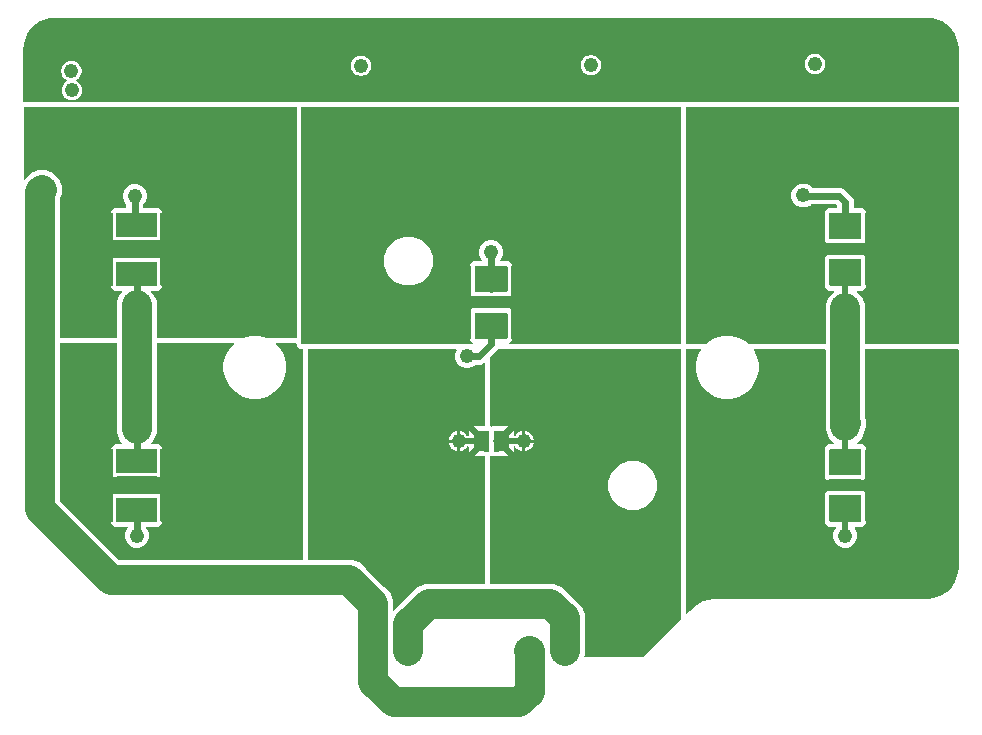
<source format=gbr>
G04 EAGLE Gerber RS-274X export*
G75*
%MOMM*%
%FSLAX34Y34*%
%LPD*%
%INTop Copper*%
%IPPOS*%
%AMOC8*
5,1,8,0,0,1.08239X$1,22.5*%
G01*
%ADD10C,0.090000*%
%ADD11R,1.225000X1.750000*%
%ADD12R,3.500000X1.500000*%
%ADD13R,3.500000X0.700000*%
%ADD14R,2.700000X1.000000*%
%ADD15R,2.700000X0.500000*%
%ADD16R,2.800000X1.000000*%
%ADD17R,2.800000X0.550000*%
%ADD18C,2.000000*%
%ADD19C,0.609600*%
%ADD20C,2.540000*%
%ADD21C,0.508000*%
%ADD22C,1.209600*%
%ADD23C,0.400000*%

G36*
X377379Y219371D02*
X377379Y219371D01*
X377410Y219369D01*
X377524Y219397D01*
X377570Y219405D01*
X377579Y219411D01*
X377586Y219413D01*
X381614Y219413D01*
X381638Y219408D01*
X381666Y219393D01*
X381783Y219376D01*
X381828Y219366D01*
X381838Y219368D01*
X381851Y219366D01*
X383940Y219366D01*
X384028Y219382D01*
X384117Y219391D01*
X384138Y219401D01*
X384161Y219405D01*
X384238Y219451D01*
X384318Y219490D01*
X384334Y219507D01*
X384354Y219520D01*
X384411Y219589D01*
X384472Y219653D01*
X384481Y219675D01*
X384496Y219694D01*
X384524Y219778D01*
X384559Y219860D01*
X384560Y219884D01*
X384568Y219906D01*
X384565Y219995D01*
X384569Y220084D01*
X384562Y220107D01*
X384561Y220131D01*
X384528Y220213D01*
X384500Y220298D01*
X384485Y220319D01*
X384477Y220338D01*
X384443Y220376D01*
X384389Y220449D01*
X381935Y222902D01*
X381935Y224001D01*
X382000Y224001D01*
X382064Y224010D01*
X382128Y224009D01*
X382203Y224030D01*
X382279Y224041D01*
X382338Y224067D01*
X382400Y224084D01*
X382466Y224125D01*
X382536Y224157D01*
X382585Y224199D01*
X382640Y224232D01*
X382692Y224290D01*
X382750Y224340D01*
X382786Y224394D01*
X382829Y224442D01*
X382862Y224511D01*
X382905Y224576D01*
X382924Y224638D01*
X382952Y224695D01*
X382963Y224765D01*
X382987Y224846D01*
X382988Y224931D01*
X382999Y225000D01*
X382999Y249248D01*
X383752Y250001D01*
X416248Y250001D01*
X417001Y249248D01*
X417001Y225000D01*
X417010Y224936D01*
X417009Y224872D01*
X417030Y224797D01*
X417041Y224721D01*
X417067Y224662D01*
X417084Y224600D01*
X417125Y224534D01*
X417157Y224464D01*
X417199Y224415D01*
X417232Y224360D01*
X417290Y224308D01*
X417340Y224250D01*
X417394Y224214D01*
X417442Y224171D01*
X417511Y224138D01*
X417576Y224095D01*
X417638Y224076D01*
X417695Y224048D01*
X417765Y224037D01*
X417846Y224013D01*
X417931Y224012D01*
X418000Y224001D01*
X418065Y224001D01*
X418065Y222902D01*
X415611Y220449D01*
X415560Y220375D01*
X415504Y220306D01*
X415497Y220284D01*
X415483Y220264D01*
X415461Y220178D01*
X415432Y220094D01*
X415433Y220070D01*
X415427Y220047D01*
X415436Y219958D01*
X415439Y219869D01*
X415448Y219847D01*
X415450Y219824D01*
X415490Y219744D01*
X415523Y219662D01*
X415539Y219644D01*
X415550Y219623D01*
X415615Y219562D01*
X415675Y219496D01*
X415696Y219485D01*
X415713Y219469D01*
X415795Y219434D01*
X415874Y219393D01*
X415900Y219390D01*
X415920Y219381D01*
X415970Y219379D01*
X416060Y219366D01*
X560000Y219366D01*
X560065Y219377D01*
X560131Y219379D01*
X560174Y219397D01*
X560221Y219405D01*
X560278Y219439D01*
X560338Y219464D01*
X560373Y219495D01*
X560414Y219520D01*
X560456Y219571D01*
X560504Y219615D01*
X560526Y219657D01*
X560555Y219694D01*
X560576Y219756D01*
X560607Y219815D01*
X560615Y219869D01*
X560627Y219906D01*
X560626Y219946D01*
X560634Y220000D01*
X560634Y420000D01*
X560623Y420065D01*
X560621Y420131D01*
X560603Y420174D01*
X560595Y420221D01*
X560561Y420278D01*
X560536Y420338D01*
X560505Y420373D01*
X560480Y420414D01*
X560429Y420456D01*
X560385Y420504D01*
X560343Y420526D01*
X560306Y420555D01*
X560244Y420576D01*
X560185Y420607D01*
X560131Y420615D01*
X560094Y420627D01*
X560054Y420626D01*
X560000Y420634D01*
X240000Y420634D01*
X239935Y420623D01*
X239869Y420621D01*
X239826Y420603D01*
X239779Y420595D01*
X239722Y420561D01*
X239662Y420536D01*
X239627Y420505D01*
X239586Y420480D01*
X239545Y420429D01*
X239496Y420385D01*
X239474Y420343D01*
X239445Y420306D01*
X239424Y420244D01*
X239393Y420185D01*
X239385Y420131D01*
X239373Y420094D01*
X239374Y420054D01*
X239366Y420000D01*
X239366Y220000D01*
X239377Y219935D01*
X239379Y219869D01*
X239397Y219826D01*
X239405Y219779D01*
X239439Y219722D01*
X239464Y219662D01*
X239495Y219627D01*
X239520Y219586D01*
X239571Y219545D01*
X239615Y219496D01*
X239657Y219474D01*
X239694Y219445D01*
X239756Y219424D01*
X239815Y219393D01*
X239869Y219385D01*
X239906Y219373D01*
X239946Y219374D01*
X240000Y219366D01*
X377349Y219366D01*
X377379Y219371D01*
G37*
G36*
X795941Y424699D02*
X795941Y424699D01*
X795940Y424699D01*
X795941Y424699D01*
X795941Y470000D01*
X795621Y474058D01*
X795621Y474059D01*
X793114Y481776D01*
X793113Y481777D01*
X793113Y481778D01*
X788343Y488342D01*
X788342Y488343D01*
X781778Y493113D01*
X781776Y493113D01*
X781776Y493114D01*
X774059Y495621D01*
X774058Y495621D01*
X770000Y495941D01*
X30000Y495941D01*
X29877Y495931D01*
X29435Y495896D01*
X29183Y495877D01*
X28741Y495842D01*
X28488Y495822D01*
X28046Y495787D01*
X27794Y495767D01*
X27352Y495732D01*
X27099Y495713D01*
X26847Y495693D01*
X26657Y495678D01*
X26405Y495658D01*
X26152Y495638D01*
X25942Y495621D01*
X25941Y495621D01*
X18224Y493114D01*
X18223Y493113D01*
X18222Y493113D01*
X11658Y488343D01*
X11657Y488342D01*
X6887Y481778D01*
X6887Y481776D01*
X6886Y481776D01*
X4379Y474059D01*
X4379Y474058D01*
X4373Y473985D01*
X4372Y473975D01*
X4358Y473801D01*
X4358Y473791D01*
X4344Y473617D01*
X4330Y473443D01*
X4329Y473433D01*
X4316Y473259D01*
X4315Y473249D01*
X4301Y473076D01*
X4301Y473075D01*
X4288Y472902D01*
X4287Y472892D01*
X4273Y472718D01*
X4272Y472708D01*
X4259Y472534D01*
X4245Y472360D01*
X4244Y472350D01*
X4230Y472176D01*
X4230Y472166D01*
X4216Y471992D01*
X4202Y471818D01*
X4202Y471808D01*
X4201Y471808D01*
X4188Y471635D01*
X4187Y471625D01*
X4173Y471451D01*
X4160Y471277D01*
X4159Y471267D01*
X4145Y471093D01*
X4144Y471083D01*
X4131Y470909D01*
X4117Y470735D01*
X4116Y470725D01*
X4103Y470551D01*
X4102Y470541D01*
X4089Y470378D01*
X4089Y470377D01*
X4088Y470368D01*
X4074Y470194D01*
X4074Y470184D01*
X4060Y470010D01*
X4059Y470000D01*
X4059Y424699D01*
X4064Y424694D01*
X4064Y424695D01*
X4064Y424694D01*
X795936Y424694D01*
X795941Y424699D01*
G37*
G36*
X795366Y219377D02*
X795366Y219377D01*
X795432Y219379D01*
X795475Y219397D01*
X795522Y219405D01*
X795579Y219439D01*
X795639Y219464D01*
X795674Y219495D01*
X795715Y219520D01*
X795757Y219571D01*
X795805Y219615D01*
X795827Y219657D01*
X795856Y219694D01*
X795877Y219756D01*
X795908Y219815D01*
X795916Y219869D01*
X795928Y219906D01*
X795927Y219946D01*
X795935Y220000D01*
X795935Y420000D01*
X795924Y420065D01*
X795922Y420131D01*
X795904Y420174D01*
X795896Y420221D01*
X795862Y420278D01*
X795837Y420338D01*
X795806Y420373D01*
X795781Y420414D01*
X795730Y420456D01*
X795686Y420504D01*
X795644Y420526D01*
X795607Y420555D01*
X795545Y420576D01*
X795486Y420607D01*
X795432Y420615D01*
X795395Y420627D01*
X795355Y420626D01*
X795301Y420634D01*
X565334Y420634D01*
X565269Y420623D01*
X565203Y420621D01*
X565160Y420603D01*
X565113Y420595D01*
X565056Y420561D01*
X564996Y420536D01*
X564961Y420505D01*
X564920Y420480D01*
X564878Y420429D01*
X564830Y420385D01*
X564808Y420343D01*
X564779Y420306D01*
X564758Y420244D01*
X564727Y420185D01*
X564719Y420131D01*
X564707Y420094D01*
X564708Y420054D01*
X564700Y420000D01*
X564700Y220000D01*
X564711Y219935D01*
X564713Y219869D01*
X564731Y219826D01*
X564739Y219779D01*
X564773Y219722D01*
X564798Y219662D01*
X564829Y219627D01*
X564854Y219586D01*
X564905Y219545D01*
X564949Y219496D01*
X564991Y219474D01*
X565028Y219445D01*
X565090Y219424D01*
X565149Y219393D01*
X565203Y219385D01*
X565240Y219373D01*
X565280Y219374D01*
X565334Y219366D01*
X581535Y219366D01*
X581577Y219373D01*
X581619Y219371D01*
X581686Y219393D01*
X581756Y219405D01*
X581792Y219427D01*
X581833Y219440D01*
X581905Y219494D01*
X581949Y219520D01*
X581962Y219536D01*
X581983Y219552D01*
X583689Y221257D01*
X589746Y224754D01*
X596503Y226565D01*
X603497Y226565D01*
X610254Y224754D01*
X616311Y221257D01*
X618017Y219552D01*
X618051Y219527D01*
X618080Y219496D01*
X618143Y219464D01*
X618201Y219423D01*
X618242Y219413D01*
X618280Y219393D01*
X618369Y219380D01*
X618418Y219368D01*
X618439Y219370D01*
X618465Y219366D01*
X682601Y219366D01*
X682666Y219377D01*
X682732Y219379D01*
X682775Y219397D01*
X682822Y219405D01*
X682879Y219439D01*
X682939Y219464D01*
X682974Y219495D01*
X683015Y219520D01*
X683057Y219571D01*
X683105Y219615D01*
X683127Y219657D01*
X683156Y219694D01*
X683177Y219756D01*
X683208Y219815D01*
X683216Y219869D01*
X683228Y219906D01*
X683227Y219946D01*
X683235Y220000D01*
X683235Y253335D01*
X685788Y259497D01*
X690144Y263853D01*
X690194Y263926D01*
X690251Y263995D01*
X690258Y264017D01*
X690272Y264037D01*
X690294Y264123D01*
X690322Y264207D01*
X690322Y264231D01*
X690328Y264254D01*
X690318Y264343D01*
X690316Y264432D01*
X690307Y264454D01*
X690304Y264477D01*
X690265Y264557D01*
X690232Y264639D01*
X690216Y264657D01*
X690205Y264678D01*
X690140Y264739D01*
X690080Y264805D01*
X690059Y264816D01*
X690042Y264832D01*
X689960Y264867D01*
X689881Y264908D01*
X689854Y264911D01*
X689835Y264920D01*
X689785Y264922D01*
X689695Y264935D01*
X685402Y264935D01*
X682435Y267902D01*
X682435Y269106D01*
X682466Y269125D01*
X682536Y269157D01*
X682585Y269199D01*
X682640Y269232D01*
X682692Y269290D01*
X682750Y269340D01*
X682786Y269394D01*
X682829Y269442D01*
X682862Y269511D01*
X682905Y269576D01*
X682924Y269638D01*
X682952Y269695D01*
X682963Y269765D01*
X682987Y269846D01*
X682988Y269931D01*
X682999Y270000D01*
X682999Y293748D01*
X684252Y295001D01*
X715748Y295001D01*
X717001Y293748D01*
X717001Y270000D01*
X717010Y269936D01*
X717009Y269872D01*
X717030Y269797D01*
X717041Y269721D01*
X717067Y269662D01*
X717084Y269600D01*
X717125Y269534D01*
X717157Y269464D01*
X717199Y269415D01*
X717232Y269360D01*
X717290Y269308D01*
X717340Y269250D01*
X717394Y269214D01*
X717442Y269171D01*
X717511Y269138D01*
X717565Y269103D01*
X717565Y267902D01*
X714598Y264935D01*
X710305Y264935D01*
X710217Y264919D01*
X710129Y264910D01*
X710107Y264900D01*
X710084Y264896D01*
X710007Y264850D01*
X709928Y264811D01*
X709911Y264794D01*
X709891Y264781D01*
X709835Y264712D01*
X709774Y264648D01*
X709764Y264626D01*
X709749Y264607D01*
X709721Y264523D01*
X709686Y264441D01*
X709685Y264417D01*
X709678Y264395D01*
X709680Y264306D01*
X709676Y264217D01*
X709683Y264194D01*
X709684Y264170D01*
X709718Y264088D01*
X709745Y264003D01*
X709761Y263982D01*
X709768Y263963D01*
X709802Y263925D01*
X709856Y263853D01*
X714212Y259497D01*
X716765Y253335D01*
X716765Y220000D01*
X716776Y219935D01*
X716778Y219869D01*
X716796Y219826D01*
X716804Y219779D01*
X716838Y219722D01*
X716863Y219662D01*
X716894Y219627D01*
X716919Y219586D01*
X716970Y219545D01*
X717014Y219496D01*
X717056Y219474D01*
X717093Y219445D01*
X717155Y219424D01*
X717214Y219393D01*
X717268Y219385D01*
X717305Y219373D01*
X717345Y219374D01*
X717399Y219366D01*
X795301Y219366D01*
X795366Y219377D01*
G37*
G36*
X565441Y-8642D02*
X565441Y-8642D01*
X565465Y-8641D01*
X565547Y-8608D01*
X565632Y-8581D01*
X565653Y-8565D01*
X565672Y-8557D01*
X565710Y-8523D01*
X565782Y-8469D01*
X566963Y-7289D01*
X568339Y-5913D01*
X571510Y-2741D01*
X579278Y1743D01*
X587942Y4065D01*
X770000Y4065D01*
X770022Y4069D01*
X770050Y4067D01*
X774008Y4378D01*
X774056Y4391D01*
X774154Y4407D01*
X781682Y6853D01*
X781687Y6856D01*
X781693Y6857D01*
X781859Y6944D01*
X788263Y11596D01*
X788267Y11600D01*
X788272Y11603D01*
X788404Y11737D01*
X793056Y18141D01*
X793059Y18146D01*
X793063Y18150D01*
X793147Y18318D01*
X795593Y25846D01*
X795600Y25896D01*
X795622Y25992D01*
X795933Y29950D01*
X795931Y29972D01*
X795935Y30000D01*
X795935Y214666D01*
X795924Y214731D01*
X795922Y214797D01*
X795904Y214840D01*
X795896Y214887D01*
X795862Y214944D01*
X795837Y215004D01*
X795806Y215039D01*
X795781Y215080D01*
X795730Y215122D01*
X795686Y215170D01*
X795644Y215192D01*
X795607Y215221D01*
X795545Y215242D01*
X795486Y215273D01*
X795432Y215281D01*
X795395Y215293D01*
X795355Y215292D01*
X795301Y215300D01*
X717399Y215300D01*
X717334Y215289D01*
X717268Y215287D01*
X717225Y215269D01*
X717178Y215261D01*
X717121Y215227D01*
X717061Y215202D01*
X717026Y215171D01*
X716985Y215146D01*
X716943Y215095D01*
X716895Y215051D01*
X716873Y215009D01*
X716844Y214972D01*
X716823Y214910D01*
X716792Y214851D01*
X716784Y214797D01*
X716772Y214760D01*
X716773Y214720D01*
X716765Y214666D01*
X716765Y157015D01*
X716770Y156985D01*
X716768Y156954D01*
X716796Y156839D01*
X716804Y156794D01*
X716810Y156785D01*
X716813Y156772D01*
X717073Y156143D01*
X717073Y149474D01*
X716813Y148845D01*
X716806Y148815D01*
X716792Y148788D01*
X716775Y148671D01*
X716765Y148626D01*
X716767Y148616D01*
X716765Y148603D01*
X716765Y146665D01*
X714212Y140503D01*
X709856Y136147D01*
X709806Y136074D01*
X709749Y136005D01*
X709742Y135983D01*
X709728Y135963D01*
X709706Y135877D01*
X709678Y135793D01*
X709678Y135769D01*
X709672Y135746D01*
X709682Y135657D01*
X709684Y135568D01*
X709693Y135546D01*
X709696Y135523D01*
X709735Y135443D01*
X709768Y135361D01*
X709784Y135343D01*
X709795Y135322D01*
X709860Y135261D01*
X709920Y135195D01*
X709941Y135184D01*
X709958Y135168D01*
X710040Y135133D01*
X710119Y135092D01*
X710146Y135089D01*
X710165Y135080D01*
X710215Y135078D01*
X710305Y135065D01*
X714598Y135065D01*
X717565Y132098D01*
X717565Y130894D01*
X717534Y130875D01*
X717464Y130843D01*
X717415Y130801D01*
X717360Y130768D01*
X717308Y130710D01*
X717250Y130660D01*
X717214Y130606D01*
X717171Y130558D01*
X717138Y130489D01*
X717095Y130424D01*
X717076Y130362D01*
X717048Y130305D01*
X717037Y130235D01*
X717013Y130154D01*
X717012Y130069D01*
X717001Y130000D01*
X717001Y106252D01*
X715748Y104999D01*
X684252Y104999D01*
X682999Y106252D01*
X682999Y130000D01*
X682991Y130060D01*
X682991Y130083D01*
X682990Y130085D01*
X682991Y130128D01*
X682970Y130203D01*
X682959Y130279D01*
X682933Y130338D01*
X682916Y130400D01*
X682875Y130466D01*
X682843Y130536D01*
X682801Y130585D01*
X682768Y130640D01*
X682710Y130692D01*
X682660Y130750D01*
X682606Y130786D01*
X682558Y130829D01*
X682489Y130862D01*
X682435Y130897D01*
X682435Y132098D01*
X685402Y135065D01*
X689695Y135065D01*
X689783Y135081D01*
X689871Y135090D01*
X689893Y135100D01*
X689916Y135104D01*
X689993Y135150D01*
X690072Y135189D01*
X690089Y135206D01*
X690109Y135219D01*
X690165Y135288D01*
X690226Y135352D01*
X690236Y135374D01*
X690251Y135393D01*
X690279Y135477D01*
X690314Y135559D01*
X690315Y135583D01*
X690322Y135605D01*
X690320Y135694D01*
X690324Y135783D01*
X690317Y135806D01*
X690316Y135830D01*
X690282Y135912D01*
X690255Y135997D01*
X690239Y136018D01*
X690232Y136037D01*
X690198Y136075D01*
X690144Y136147D01*
X685788Y140503D01*
X683235Y146665D01*
X683235Y214666D01*
X683224Y214731D01*
X683222Y214797D01*
X683204Y214840D01*
X683196Y214887D01*
X683162Y214944D01*
X683137Y215004D01*
X683106Y215039D01*
X683081Y215080D01*
X683030Y215122D01*
X682986Y215170D01*
X682944Y215192D01*
X682907Y215221D01*
X682845Y215242D01*
X682786Y215273D01*
X682732Y215281D01*
X682695Y215293D01*
X682655Y215292D01*
X682601Y215300D01*
X622939Y215300D01*
X622933Y215299D01*
X622927Y215300D01*
X622823Y215279D01*
X622718Y215261D01*
X622713Y215257D01*
X622707Y215256D01*
X622617Y215200D01*
X622525Y215146D01*
X622521Y215142D01*
X622516Y215138D01*
X622450Y215054D01*
X622384Y214972D01*
X622382Y214966D01*
X622378Y214961D01*
X622346Y214860D01*
X622312Y214760D01*
X622312Y214753D01*
X622310Y214747D01*
X622315Y214642D01*
X622319Y214535D01*
X622321Y214530D01*
X622321Y214523D01*
X622390Y214349D01*
X624754Y210254D01*
X626565Y203497D01*
X626565Y196503D01*
X624754Y189746D01*
X621257Y183689D01*
X616311Y178743D01*
X610254Y175246D01*
X603497Y173435D01*
X596503Y173435D01*
X589746Y175246D01*
X583689Y178743D01*
X578743Y183689D01*
X575246Y189746D01*
X573435Y196503D01*
X573435Y203497D01*
X575246Y210254D01*
X577610Y214349D01*
X577612Y214355D01*
X577616Y214360D01*
X577650Y214460D01*
X577686Y214560D01*
X577686Y214566D01*
X577688Y214572D01*
X577685Y214678D01*
X577684Y214784D01*
X577682Y214790D01*
X577681Y214797D01*
X577642Y214894D01*
X577604Y214994D01*
X577599Y214999D01*
X577597Y215004D01*
X577526Y215083D01*
X577456Y215162D01*
X577450Y215165D01*
X577446Y215170D01*
X577351Y215219D01*
X577258Y215269D01*
X577252Y215270D01*
X577246Y215273D01*
X577061Y215300D01*
X565334Y215300D01*
X565269Y215289D01*
X565203Y215287D01*
X565160Y215269D01*
X565113Y215261D01*
X565056Y215227D01*
X564996Y215202D01*
X564961Y215171D01*
X564920Y215146D01*
X564878Y215095D01*
X564830Y215051D01*
X564808Y215009D01*
X564779Y214972D01*
X564758Y214910D01*
X564727Y214851D01*
X564719Y214797D01*
X564707Y214760D01*
X564708Y214720D01*
X564700Y214666D01*
X564700Y-8021D01*
X564716Y-8108D01*
X564725Y-8197D01*
X564735Y-8218D01*
X564739Y-8242D01*
X564785Y-8318D01*
X564824Y-8398D01*
X564841Y-8414D01*
X564854Y-8435D01*
X564923Y-8491D01*
X564987Y-8552D01*
X565009Y-8561D01*
X565028Y-8576D01*
X565112Y-8605D01*
X565194Y-8639D01*
X565218Y-8640D01*
X565240Y-8648D01*
X565329Y-8645D01*
X565418Y-8649D01*
X565441Y-8642D01*
G37*
G36*
X82666Y224711D02*
X82666Y224711D01*
X82732Y224713D01*
X82775Y224731D01*
X82822Y224739D01*
X82879Y224773D01*
X82939Y224798D01*
X82974Y224829D01*
X83015Y224854D01*
X83057Y224905D01*
X83105Y224949D01*
X83127Y224991D01*
X83156Y225028D01*
X83177Y225090D01*
X83208Y225149D01*
X83216Y225203D01*
X83228Y225240D01*
X83227Y225280D01*
X83235Y225334D01*
X83235Y255835D01*
X85788Y261996D01*
X87644Y263853D01*
X87695Y263926D01*
X87751Y263995D01*
X87758Y264017D01*
X87772Y264037D01*
X87794Y264123D01*
X87822Y264207D01*
X87822Y264231D01*
X87828Y264254D01*
X87818Y264343D01*
X87816Y264432D01*
X87807Y264454D01*
X87804Y264477D01*
X87765Y264557D01*
X87732Y264639D01*
X87716Y264657D01*
X87705Y264678D01*
X87640Y264739D01*
X87580Y264805D01*
X87559Y264816D01*
X87542Y264832D01*
X87460Y264867D01*
X87381Y264908D01*
X87354Y264911D01*
X87335Y264920D01*
X87285Y264922D01*
X87195Y264935D01*
X81402Y264935D01*
X78435Y267902D01*
X78435Y269001D01*
X79000Y269001D01*
X79064Y269010D01*
X79128Y269009D01*
X79203Y269030D01*
X79279Y269041D01*
X79338Y269067D01*
X79400Y269084D01*
X79466Y269125D01*
X79536Y269157D01*
X79585Y269199D01*
X79640Y269232D01*
X79692Y269290D01*
X79750Y269340D01*
X79786Y269394D01*
X79829Y269442D01*
X79862Y269511D01*
X79905Y269576D01*
X79924Y269638D01*
X79952Y269695D01*
X79963Y269765D01*
X79987Y269846D01*
X79988Y269931D01*
X79999Y270000D01*
X79999Y292501D01*
X120001Y292501D01*
X120001Y270000D01*
X120010Y269936D01*
X120009Y269872D01*
X120030Y269797D01*
X120041Y269721D01*
X120067Y269662D01*
X120084Y269600D01*
X120125Y269534D01*
X120157Y269464D01*
X120199Y269415D01*
X120232Y269360D01*
X120290Y269308D01*
X120340Y269250D01*
X120394Y269214D01*
X120442Y269171D01*
X120511Y269138D01*
X120576Y269095D01*
X120638Y269076D01*
X120695Y269048D01*
X120765Y269037D01*
X120846Y269013D01*
X120931Y269012D01*
X121000Y269001D01*
X121565Y269001D01*
X121565Y267902D01*
X118598Y264935D01*
X112805Y264935D01*
X112717Y264919D01*
X112629Y264910D01*
X112607Y264900D01*
X112584Y264896D01*
X112507Y264850D01*
X112428Y264811D01*
X112411Y264794D01*
X112391Y264781D01*
X112335Y264712D01*
X112274Y264648D01*
X112264Y264626D01*
X112249Y264607D01*
X112221Y264523D01*
X112186Y264441D01*
X112185Y264417D01*
X112178Y264395D01*
X112180Y264306D01*
X112176Y264217D01*
X112183Y264194D01*
X112184Y264170D01*
X112218Y264088D01*
X112245Y264003D01*
X112261Y263982D01*
X112268Y263963D01*
X112302Y263925D01*
X112356Y263853D01*
X114212Y261996D01*
X116765Y255835D01*
X116765Y225334D01*
X116776Y225269D01*
X116778Y225203D01*
X116796Y225160D01*
X116804Y225113D01*
X116838Y225056D01*
X116863Y224996D01*
X116894Y224961D01*
X116919Y224920D01*
X116970Y224878D01*
X117014Y224830D01*
X117056Y224808D01*
X117093Y224779D01*
X117155Y224758D01*
X117214Y224727D01*
X117268Y224719D01*
X117305Y224707D01*
X117345Y224708D01*
X117399Y224700D01*
X189482Y224700D01*
X189553Y224712D01*
X189624Y224716D01*
X189668Y224733D01*
X189703Y224739D01*
X189713Y224745D01*
X196503Y226565D01*
X203497Y226565D01*
X210309Y224739D01*
X210333Y224727D01*
X210380Y224720D01*
X210412Y224709D01*
X210456Y224709D01*
X210518Y224700D01*
X234666Y224700D01*
X234731Y224711D01*
X234797Y224713D01*
X234840Y224731D01*
X234887Y224739D01*
X234944Y224773D01*
X235004Y224798D01*
X235039Y224829D01*
X235080Y224854D01*
X235122Y224905D01*
X235170Y224949D01*
X235192Y224991D01*
X235221Y225028D01*
X235242Y225090D01*
X235273Y225149D01*
X235281Y225203D01*
X235293Y225240D01*
X235292Y225280D01*
X235300Y225334D01*
X235300Y420000D01*
X235289Y420065D01*
X235287Y420131D01*
X235269Y420174D01*
X235261Y420221D01*
X235227Y420278D01*
X235202Y420338D01*
X235171Y420373D01*
X235146Y420414D01*
X235095Y420456D01*
X235051Y420504D01*
X235009Y420526D01*
X234972Y420555D01*
X234910Y420576D01*
X234851Y420607D01*
X234797Y420615D01*
X234760Y420627D01*
X234720Y420626D01*
X234666Y420634D01*
X5000Y420634D01*
X4935Y420623D01*
X4869Y420621D01*
X4826Y420603D01*
X4779Y420595D01*
X4722Y420561D01*
X4662Y420536D01*
X4627Y420505D01*
X4586Y420480D01*
X4545Y420429D01*
X4496Y420385D01*
X4474Y420343D01*
X4445Y420306D01*
X4424Y420244D01*
X4393Y420185D01*
X4385Y420131D01*
X4373Y420094D01*
X4374Y420054D01*
X4366Y420000D01*
X4366Y359606D01*
X4382Y359518D01*
X4391Y359430D01*
X4401Y359408D01*
X4405Y359385D01*
X4451Y359308D01*
X4490Y359229D01*
X4507Y359212D01*
X4520Y359192D01*
X4589Y359136D01*
X4653Y359075D01*
X4675Y359065D01*
X4694Y359050D01*
X4778Y359022D01*
X4860Y358987D01*
X4884Y358986D01*
X4906Y358979D01*
X4995Y358981D01*
X5084Y358977D01*
X5107Y358985D01*
X5131Y358985D01*
X5213Y359019D01*
X5298Y359046D01*
X5319Y359062D01*
X5338Y359069D01*
X5376Y359103D01*
X5448Y359157D01*
X10503Y364212D01*
X16665Y366765D01*
X23335Y366765D01*
X29497Y364212D01*
X34212Y359497D01*
X36765Y353335D01*
X36765Y346665D01*
X35313Y343161D01*
X35306Y343131D01*
X35292Y343103D01*
X35275Y342986D01*
X35265Y342941D01*
X35267Y342931D01*
X35265Y342918D01*
X35265Y225334D01*
X35276Y225269D01*
X35278Y225203D01*
X35296Y225160D01*
X35304Y225113D01*
X35338Y225056D01*
X35363Y224996D01*
X35394Y224961D01*
X35419Y224920D01*
X35470Y224878D01*
X35514Y224830D01*
X35556Y224808D01*
X35593Y224779D01*
X35655Y224758D01*
X35714Y224727D01*
X35768Y224719D01*
X35805Y224707D01*
X35845Y224708D01*
X35899Y224700D01*
X82601Y224700D01*
X82666Y224711D01*
G37*
G36*
X528396Y-45627D02*
X528396Y-45627D01*
X528439Y-45629D01*
X528506Y-45607D01*
X528575Y-45595D01*
X528612Y-45573D01*
X528652Y-45560D01*
X528725Y-45506D01*
X528769Y-45480D01*
X528782Y-45464D01*
X528803Y-45448D01*
X560448Y-13803D01*
X560473Y-13768D01*
X560504Y-13740D01*
X560536Y-13677D01*
X560577Y-13619D01*
X560587Y-13578D01*
X560607Y-13540D01*
X560620Y-13450D01*
X560633Y-13402D01*
X560630Y-13381D01*
X560634Y-13355D01*
X560634Y214666D01*
X560623Y214731D01*
X560621Y214797D01*
X560603Y214840D01*
X560595Y214887D01*
X560561Y214944D01*
X560536Y215004D01*
X560505Y215039D01*
X560480Y215080D01*
X560429Y215122D01*
X560385Y215170D01*
X560343Y215192D01*
X560306Y215221D01*
X560244Y215242D01*
X560185Y215273D01*
X560131Y215281D01*
X560094Y215293D01*
X560054Y215292D01*
X560000Y215300D01*
X406072Y215300D01*
X406030Y215293D01*
X405988Y215295D01*
X405921Y215273D01*
X405851Y215261D01*
X405815Y215239D01*
X405774Y215226D01*
X405701Y215172D01*
X405658Y215146D01*
X405645Y215130D01*
X405623Y215114D01*
X399552Y209043D01*
X399527Y209008D01*
X399496Y208979D01*
X399464Y208916D01*
X399423Y208858D01*
X399413Y208817D01*
X399393Y208779D01*
X399380Y208690D01*
X399368Y208641D01*
X399370Y208620D01*
X399366Y208594D01*
X399366Y150382D01*
X399373Y150340D01*
X399371Y150298D01*
X399393Y150230D01*
X399405Y150161D01*
X399427Y150124D01*
X399440Y150084D01*
X399494Y150011D01*
X399520Y149968D01*
X399536Y149955D01*
X399551Y149933D01*
X399670Y149815D01*
X399724Y149778D01*
X399772Y149732D01*
X399815Y149714D01*
X399854Y149687D01*
X399918Y149671D01*
X399978Y149645D01*
X400025Y149643D01*
X400071Y149631D01*
X400137Y149638D01*
X400202Y149635D01*
X400247Y149649D01*
X400294Y149654D01*
X400353Y149683D01*
X400416Y149704D01*
X400460Y149736D01*
X400495Y149754D01*
X400522Y149782D01*
X400567Y149815D01*
X401066Y150315D01*
X416684Y150315D01*
X419065Y147934D01*
X419065Y142426D01*
X419072Y142387D01*
X419069Y142348D01*
X419091Y142278D01*
X419104Y142205D01*
X419124Y142171D01*
X419136Y142134D01*
X419181Y142076D01*
X419219Y142012D01*
X419249Y141987D01*
X419273Y141956D01*
X419335Y141917D01*
X419393Y141870D01*
X419430Y141858D01*
X419463Y141837D01*
X419535Y141822D01*
X419605Y141799D01*
X419644Y141800D01*
X419682Y141792D01*
X419756Y141803D01*
X419830Y141805D01*
X419866Y141820D01*
X419904Y141826D01*
X419969Y141862D01*
X420037Y141889D01*
X420066Y141916D01*
X420100Y141935D01*
X420166Y142007D01*
X420203Y142041D01*
X420211Y142057D01*
X420226Y142073D01*
X420829Y142975D01*
X422025Y144171D01*
X423432Y145111D01*
X424995Y145759D01*
X426231Y146005D01*
X426231Y138135D01*
X426242Y138070D01*
X426244Y138005D01*
X426262Y137961D01*
X426270Y137914D01*
X426304Y137858D01*
X426329Y137797D01*
X426360Y137762D01*
X426385Y137721D01*
X426436Y137680D01*
X426480Y137631D01*
X426522Y137609D01*
X426559Y137580D01*
X426621Y137559D01*
X426680Y137529D01*
X426734Y137520D01*
X426771Y137508D01*
X426811Y137509D01*
X426865Y137501D01*
X427501Y137501D01*
X427501Y137499D01*
X426865Y137499D01*
X426800Y137487D01*
X426734Y137486D01*
X426691Y137468D01*
X426644Y137459D01*
X426587Y137426D01*
X426527Y137401D01*
X426492Y137369D01*
X426451Y137345D01*
X426410Y137294D01*
X426361Y137250D01*
X426339Y137208D01*
X426310Y137171D01*
X426289Y137109D01*
X426258Y137050D01*
X426250Y136996D01*
X426238Y136959D01*
X426239Y136919D01*
X426231Y136865D01*
X426231Y128995D01*
X424995Y129241D01*
X423432Y129889D01*
X422025Y130829D01*
X420829Y132025D01*
X420226Y132927D01*
X420199Y132955D01*
X420179Y132988D01*
X420122Y133035D01*
X420071Y133088D01*
X420035Y133105D01*
X420005Y133130D01*
X419935Y133153D01*
X419868Y133185D01*
X419830Y133189D01*
X419793Y133201D01*
X419719Y133199D01*
X419645Y133206D01*
X419607Y133196D01*
X419568Y133195D01*
X419500Y133167D01*
X419428Y133148D01*
X419397Y133125D01*
X419361Y133111D01*
X419306Y133061D01*
X419246Y133018D01*
X419224Y132985D01*
X419195Y132959D01*
X419161Y132893D01*
X419120Y132832D01*
X419110Y132794D01*
X419092Y132760D01*
X419078Y132663D01*
X419066Y132614D01*
X419068Y132596D01*
X419065Y132574D01*
X419065Y127066D01*
X416684Y124685D01*
X401066Y124685D01*
X400567Y125185D01*
X400513Y125223D01*
X400465Y125268D01*
X400421Y125286D01*
X400382Y125313D01*
X400319Y125329D01*
X400258Y125355D01*
X400211Y125357D01*
X400165Y125369D01*
X400100Y125362D01*
X400034Y125365D01*
X399989Y125351D01*
X399942Y125346D01*
X399883Y125317D01*
X399820Y125296D01*
X399776Y125264D01*
X399741Y125246D01*
X399714Y125218D01*
X399670Y125185D01*
X399551Y125067D01*
X399527Y125032D01*
X399496Y125003D01*
X399464Y124940D01*
X399423Y124882D01*
X399413Y124841D01*
X399393Y124804D01*
X399380Y124714D01*
X399368Y124665D01*
X399370Y124644D01*
X399366Y124618D01*
X399366Y17399D01*
X399377Y17334D01*
X399379Y17268D01*
X399397Y17225D01*
X399405Y17178D01*
X399439Y17121D01*
X399464Y17061D01*
X399495Y17026D01*
X399520Y16985D01*
X399571Y16943D01*
X399615Y16895D01*
X399657Y16873D01*
X399694Y16844D01*
X399756Y16823D01*
X399815Y16792D01*
X399869Y16784D01*
X399906Y16772D01*
X399946Y16773D01*
X400000Y16765D01*
X453335Y16765D01*
X459497Y14212D01*
X476712Y-3003D01*
X479265Y-9165D01*
X479265Y-43335D01*
X478675Y-44757D01*
X478659Y-44833D01*
X478634Y-44906D01*
X478635Y-44942D01*
X478628Y-44977D01*
X478639Y-45053D01*
X478641Y-45131D01*
X478654Y-45163D01*
X478659Y-45199D01*
X478696Y-45267D01*
X478725Y-45338D01*
X478749Y-45365D01*
X478766Y-45396D01*
X478824Y-45447D01*
X478876Y-45504D01*
X478908Y-45520D01*
X478935Y-45544D01*
X479007Y-45571D01*
X479076Y-45607D01*
X479116Y-45613D01*
X479145Y-45623D01*
X479191Y-45624D01*
X479261Y-45634D01*
X528355Y-45634D01*
X528396Y-45627D01*
G37*
G36*
X240065Y36776D02*
X240065Y36776D01*
X240131Y36778D01*
X240174Y36796D01*
X240221Y36804D01*
X240278Y36838D01*
X240338Y36863D01*
X240373Y36894D01*
X240414Y36919D01*
X240456Y36970D01*
X240504Y37014D01*
X240526Y37056D01*
X240555Y37093D01*
X240576Y37155D01*
X240607Y37214D01*
X240615Y37268D01*
X240627Y37305D01*
X240626Y37345D01*
X240634Y37399D01*
X240634Y214666D01*
X240623Y214731D01*
X240621Y214797D01*
X240603Y214840D01*
X240595Y214887D01*
X240561Y214944D01*
X240536Y215004D01*
X240505Y215039D01*
X240480Y215080D01*
X240429Y215122D01*
X240385Y215170D01*
X240343Y215192D01*
X240306Y215221D01*
X240244Y215242D01*
X240185Y215273D01*
X240131Y215281D01*
X240094Y215293D01*
X240054Y215292D01*
X240000Y215300D01*
X238053Y215300D01*
X235300Y218053D01*
X235300Y220000D01*
X235289Y220065D01*
X235287Y220131D01*
X235269Y220174D01*
X235261Y220221D01*
X235227Y220278D01*
X235202Y220338D01*
X235171Y220373D01*
X235146Y220414D01*
X235095Y220456D01*
X235051Y220504D01*
X235009Y220526D01*
X234972Y220555D01*
X234910Y220576D01*
X234851Y220607D01*
X234797Y220615D01*
X234760Y220627D01*
X234720Y220626D01*
X234666Y220634D01*
X218465Y220634D01*
X218377Y220618D01*
X218289Y220609D01*
X218268Y220599D01*
X218244Y220595D01*
X218168Y220549D01*
X218088Y220510D01*
X218072Y220493D01*
X218051Y220480D01*
X217995Y220411D01*
X217934Y220347D01*
X217925Y220325D01*
X217910Y220306D01*
X217881Y220222D01*
X217847Y220140D01*
X217845Y220116D01*
X217838Y220094D01*
X217841Y220005D01*
X217837Y219916D01*
X217844Y219893D01*
X217845Y219869D01*
X217878Y219787D01*
X217905Y219702D01*
X217921Y219681D01*
X217929Y219662D01*
X217963Y219624D01*
X218017Y219552D01*
X221257Y216311D01*
X224754Y210254D01*
X226565Y203497D01*
X226565Y196503D01*
X224754Y189746D01*
X221257Y183689D01*
X216311Y178743D01*
X210254Y175246D01*
X203497Y173435D01*
X196503Y173435D01*
X189746Y175246D01*
X183689Y178743D01*
X178743Y183689D01*
X175246Y189746D01*
X173435Y196503D01*
X173435Y203497D01*
X175246Y210254D01*
X178743Y216311D01*
X181983Y219552D01*
X182034Y219625D01*
X182090Y219694D01*
X182098Y219716D01*
X182111Y219736D01*
X182134Y219822D01*
X182162Y219906D01*
X182161Y219930D01*
X182167Y219953D01*
X182158Y220042D01*
X182155Y220131D01*
X182147Y220153D01*
X182144Y220176D01*
X182105Y220256D01*
X182071Y220338D01*
X182055Y220356D01*
X182045Y220377D01*
X181980Y220438D01*
X181920Y220504D01*
X181899Y220515D01*
X181881Y220531D01*
X181799Y220566D01*
X181720Y220607D01*
X181694Y220610D01*
X181675Y220619D01*
X181624Y220621D01*
X181535Y220634D01*
X117399Y220634D01*
X117334Y220623D01*
X117268Y220621D01*
X117225Y220603D01*
X117178Y220595D01*
X117121Y220561D01*
X117061Y220536D01*
X117026Y220505D01*
X116985Y220480D01*
X116943Y220429D01*
X116895Y220385D01*
X116873Y220343D01*
X116844Y220306D01*
X116823Y220244D01*
X116792Y220185D01*
X116784Y220131D01*
X116772Y220094D01*
X116773Y220054D01*
X116765Y220000D01*
X116765Y144165D01*
X114212Y138004D01*
X112356Y136147D01*
X112305Y136074D01*
X112249Y136005D01*
X112242Y135983D01*
X112228Y135963D01*
X112206Y135877D01*
X112178Y135793D01*
X112178Y135769D01*
X112172Y135746D01*
X112182Y135657D01*
X112184Y135568D01*
X112193Y135546D01*
X112196Y135523D01*
X112235Y135443D01*
X112268Y135361D01*
X112284Y135343D01*
X112295Y135322D01*
X112360Y135261D01*
X112420Y135195D01*
X112441Y135184D01*
X112458Y135168D01*
X112540Y135133D01*
X112619Y135092D01*
X112646Y135089D01*
X112665Y135080D01*
X112715Y135078D01*
X112805Y135065D01*
X118598Y135065D01*
X121565Y132098D01*
X121565Y130999D01*
X121000Y130999D01*
X120936Y130990D01*
X120872Y130991D01*
X120797Y130970D01*
X120721Y130959D01*
X120662Y130933D01*
X120600Y130916D01*
X120534Y130875D01*
X120464Y130843D01*
X120415Y130801D01*
X120360Y130768D01*
X120308Y130710D01*
X120250Y130660D01*
X120214Y130606D01*
X120171Y130558D01*
X120138Y130489D01*
X120095Y130424D01*
X120076Y130362D01*
X120048Y130305D01*
X120037Y130235D01*
X120013Y130154D01*
X120012Y130069D01*
X120001Y130000D01*
X120001Y107499D01*
X79999Y107499D01*
X79999Y130000D01*
X79991Y130060D01*
X79991Y130083D01*
X79990Y130085D01*
X79991Y130128D01*
X79970Y130203D01*
X79959Y130279D01*
X79933Y130338D01*
X79916Y130400D01*
X79875Y130466D01*
X79843Y130536D01*
X79801Y130585D01*
X79768Y130640D01*
X79710Y130692D01*
X79660Y130750D01*
X79606Y130786D01*
X79558Y130829D01*
X79489Y130862D01*
X79424Y130905D01*
X79362Y130924D01*
X79305Y130952D01*
X79235Y130963D01*
X79154Y130987D01*
X79069Y130988D01*
X79000Y130999D01*
X78435Y130999D01*
X78435Y132098D01*
X81402Y135065D01*
X87195Y135065D01*
X87283Y135081D01*
X87371Y135090D01*
X87393Y135100D01*
X87416Y135104D01*
X87493Y135150D01*
X87572Y135189D01*
X87589Y135206D01*
X87609Y135219D01*
X87665Y135288D01*
X87726Y135352D01*
X87736Y135374D01*
X87751Y135393D01*
X87779Y135477D01*
X87814Y135559D01*
X87815Y135583D01*
X87822Y135605D01*
X87820Y135694D01*
X87824Y135783D01*
X87817Y135806D01*
X87816Y135830D01*
X87782Y135912D01*
X87755Y135997D01*
X87739Y136018D01*
X87732Y136037D01*
X87698Y136075D01*
X87644Y136147D01*
X85788Y138004D01*
X83235Y144165D01*
X83235Y220000D01*
X83224Y220065D01*
X83222Y220131D01*
X83204Y220174D01*
X83196Y220221D01*
X83162Y220278D01*
X83137Y220338D01*
X83106Y220373D01*
X83081Y220414D01*
X83030Y220456D01*
X82986Y220504D01*
X82944Y220526D01*
X82907Y220555D01*
X82845Y220576D01*
X82786Y220607D01*
X82732Y220615D01*
X82695Y220627D01*
X82655Y220626D01*
X82601Y220634D01*
X35899Y220634D01*
X35834Y220623D01*
X35768Y220621D01*
X35725Y220603D01*
X35678Y220595D01*
X35621Y220561D01*
X35561Y220536D01*
X35526Y220505D01*
X35485Y220480D01*
X35443Y220429D01*
X35395Y220385D01*
X35373Y220343D01*
X35344Y220306D01*
X35323Y220244D01*
X35292Y220185D01*
X35284Y220131D01*
X35272Y220094D01*
X35273Y220054D01*
X35265Y220000D01*
X35265Y87207D01*
X35272Y87165D01*
X35270Y87123D01*
X35292Y87056D01*
X35304Y86986D01*
X35326Y86950D01*
X35339Y86909D01*
X35393Y86836D01*
X35419Y86793D01*
X35435Y86780D01*
X35451Y86758D01*
X85258Y36951D01*
X85293Y36926D01*
X85322Y36895D01*
X85385Y36863D01*
X85443Y36822D01*
X85484Y36812D01*
X85522Y36792D01*
X85611Y36779D01*
X85660Y36766D01*
X85681Y36769D01*
X85707Y36765D01*
X240000Y36765D01*
X240065Y36776D01*
G37*
G36*
X317506Y-6217D02*
X317506Y-6217D01*
X317530Y-6216D01*
X317612Y-6182D01*
X317697Y-6155D01*
X317718Y-6139D01*
X317737Y-6132D01*
X317775Y-6098D01*
X317847Y-6044D01*
X333298Y9407D01*
X338103Y14212D01*
X344265Y16765D01*
X394666Y16765D01*
X394731Y16776D01*
X394797Y16778D01*
X394840Y16796D01*
X394887Y16804D01*
X394944Y16838D01*
X395004Y16863D01*
X395039Y16894D01*
X395080Y16919D01*
X395122Y16970D01*
X395170Y17014D01*
X395192Y17056D01*
X395221Y17093D01*
X395242Y17155D01*
X395273Y17214D01*
X395281Y17268D01*
X395293Y17305D01*
X395292Y17345D01*
X395300Y17399D01*
X395300Y124051D01*
X395289Y124116D01*
X395287Y124182D01*
X395269Y124225D01*
X395261Y124272D01*
X395227Y124329D01*
X395202Y124389D01*
X395171Y124424D01*
X395146Y124465D01*
X395095Y124507D01*
X395051Y124555D01*
X395009Y124577D01*
X394972Y124606D01*
X394910Y124627D01*
X394851Y124658D01*
X394797Y124666D01*
X394760Y124678D01*
X394720Y124677D01*
X394666Y124685D01*
X383316Y124685D01*
X380935Y127066D01*
X380935Y132574D01*
X380928Y132613D01*
X380931Y132652D01*
X380909Y132722D01*
X380896Y132795D01*
X380876Y132829D01*
X380864Y132866D01*
X380819Y132924D01*
X380781Y132988D01*
X380751Y133013D01*
X380727Y133044D01*
X380665Y133083D01*
X380607Y133130D01*
X380570Y133142D01*
X380537Y133163D01*
X380465Y133178D01*
X380395Y133201D01*
X380356Y133200D01*
X380318Y133208D01*
X380244Y133197D01*
X380170Y133195D01*
X380134Y133180D01*
X380096Y133174D01*
X380031Y133138D01*
X379963Y133111D01*
X379934Y133084D01*
X379900Y133065D01*
X379834Y132993D01*
X379797Y132959D01*
X379789Y132943D01*
X379774Y132927D01*
X379171Y132025D01*
X377975Y130829D01*
X376568Y129889D01*
X375005Y129241D01*
X373769Y128995D01*
X373769Y136865D01*
X373758Y136930D01*
X373756Y136995D01*
X373738Y137039D01*
X373730Y137086D01*
X373696Y137142D01*
X373671Y137203D01*
X373639Y137238D01*
X373615Y137279D01*
X373564Y137320D01*
X373520Y137369D01*
X373478Y137391D01*
X373441Y137420D01*
X373379Y137441D01*
X373320Y137471D01*
X373266Y137480D01*
X373229Y137492D01*
X373189Y137491D01*
X373135Y137499D01*
X372499Y137499D01*
X372499Y137501D01*
X373135Y137501D01*
X373200Y137513D01*
X373265Y137514D01*
X373309Y137532D01*
X373356Y137541D01*
X373413Y137574D01*
X373473Y137599D01*
X373508Y137631D01*
X373549Y137655D01*
X373590Y137706D01*
X373639Y137750D01*
X373661Y137792D01*
X373690Y137829D01*
X373711Y137891D01*
X373742Y137950D01*
X373750Y138004D01*
X373762Y138041D01*
X373761Y138081D01*
X373769Y138135D01*
X373769Y146005D01*
X375005Y145759D01*
X376568Y145111D01*
X377975Y144171D01*
X379171Y142975D01*
X379774Y142073D01*
X379801Y142045D01*
X379821Y142012D01*
X379878Y141965D01*
X379929Y141912D01*
X379965Y141895D01*
X379995Y141870D01*
X380065Y141847D01*
X380132Y141815D01*
X380170Y141811D01*
X380207Y141799D01*
X380281Y141801D01*
X380355Y141794D01*
X380393Y141804D01*
X380432Y141805D01*
X380500Y141833D01*
X380572Y141852D01*
X380603Y141875D01*
X380639Y141889D01*
X380694Y141939D01*
X380754Y141982D01*
X380776Y142015D01*
X380805Y142041D01*
X380839Y142107D01*
X380880Y142168D01*
X380890Y142206D01*
X380908Y142240D01*
X380922Y142337D01*
X380934Y142386D01*
X380932Y142404D01*
X380935Y142426D01*
X380935Y147934D01*
X383316Y150315D01*
X394666Y150315D01*
X394731Y150326D01*
X394797Y150328D01*
X394840Y150346D01*
X394887Y150354D01*
X394944Y150388D01*
X395004Y150413D01*
X395039Y150444D01*
X395080Y150469D01*
X395122Y150520D01*
X395170Y150564D01*
X395192Y150606D01*
X395221Y150643D01*
X395242Y150705D01*
X395273Y150764D01*
X395281Y150818D01*
X395293Y150855D01*
X395292Y150895D01*
X395300Y150949D01*
X395300Y203260D01*
X395285Y203348D01*
X395275Y203436D01*
X395265Y203458D01*
X395261Y203481D01*
X395215Y203558D01*
X395176Y203637D01*
X395159Y203654D01*
X395146Y203674D01*
X395077Y203730D01*
X395013Y203791D01*
X394991Y203801D01*
X394972Y203816D01*
X394888Y203844D01*
X394806Y203879D01*
X394782Y203880D01*
X394760Y203887D01*
X394671Y203885D01*
X394582Y203889D01*
X394559Y203881D01*
X394535Y203881D01*
X394453Y203847D01*
X394368Y203820D01*
X394347Y203804D01*
X394328Y203797D01*
X394290Y203762D01*
X394218Y203709D01*
X393779Y203270D01*
X391165Y202187D01*
X387052Y202187D01*
X387010Y202180D01*
X386967Y202182D01*
X386900Y202160D01*
X386831Y202148D01*
X386794Y202126D01*
X386754Y202113D01*
X386681Y202059D01*
X386638Y202033D01*
X386624Y202017D01*
X386603Y202001D01*
X385328Y200727D01*
X381612Y199187D01*
X377588Y199187D01*
X373872Y200727D01*
X371027Y203572D01*
X369487Y207288D01*
X369487Y211312D01*
X370776Y214423D01*
X370793Y214499D01*
X370818Y214572D01*
X370816Y214608D01*
X370824Y214643D01*
X370813Y214719D01*
X370811Y214797D01*
X370798Y214829D01*
X370793Y214865D01*
X370756Y214933D01*
X370727Y215004D01*
X370703Y215031D01*
X370686Y215062D01*
X370627Y215113D01*
X370575Y215170D01*
X370544Y215186D01*
X370517Y215210D01*
X370445Y215237D01*
X370376Y215273D01*
X370336Y215279D01*
X370307Y215289D01*
X370261Y215290D01*
X370190Y215300D01*
X245334Y215300D01*
X245269Y215289D01*
X245203Y215287D01*
X245160Y215269D01*
X245113Y215261D01*
X245056Y215227D01*
X244996Y215202D01*
X244961Y215171D01*
X244920Y215146D01*
X244878Y215095D01*
X244830Y215051D01*
X244808Y215009D01*
X244779Y214972D01*
X244758Y214910D01*
X244727Y214851D01*
X244719Y214797D01*
X244707Y214760D01*
X244708Y214720D01*
X244700Y214666D01*
X244700Y37399D01*
X244711Y37334D01*
X244713Y37268D01*
X244731Y37225D01*
X244739Y37178D01*
X244773Y37121D01*
X244798Y37061D01*
X244829Y37026D01*
X244854Y36985D01*
X244905Y36943D01*
X244949Y36895D01*
X244991Y36873D01*
X245028Y36844D01*
X245090Y36823D01*
X245149Y36792D01*
X245203Y36784D01*
X245240Y36772D01*
X245280Y36773D01*
X245334Y36765D01*
X283335Y36765D01*
X289497Y34212D01*
X294302Y29407D01*
X309407Y14302D01*
X314212Y9497D01*
X316765Y3335D01*
X316765Y-5595D01*
X316781Y-5683D01*
X316790Y-5771D01*
X316800Y-5793D01*
X316804Y-5816D01*
X316850Y-5893D01*
X316889Y-5972D01*
X316906Y-5989D01*
X316919Y-6009D01*
X316988Y-6065D01*
X317052Y-6126D01*
X317074Y-6136D01*
X317093Y-6151D01*
X317177Y-6179D01*
X317259Y-6214D01*
X317283Y-6215D01*
X317305Y-6222D01*
X317394Y-6220D01*
X317483Y-6224D01*
X317506Y-6217D01*
G37*
%LPC*%
G36*
X684252Y304999D02*
X684252Y304999D01*
X682999Y306252D01*
X682999Y330000D01*
X682991Y330060D01*
X682991Y330083D01*
X682990Y330085D01*
X682991Y330128D01*
X682970Y330203D01*
X682959Y330279D01*
X682933Y330338D01*
X682916Y330400D01*
X682875Y330466D01*
X682843Y330536D01*
X682801Y330585D01*
X682768Y330640D01*
X682710Y330692D01*
X682660Y330750D01*
X682606Y330786D01*
X682558Y330829D01*
X682489Y330862D01*
X682435Y330897D01*
X682435Y332098D01*
X685402Y335065D01*
X692253Y335065D01*
X692318Y335076D01*
X692384Y335078D01*
X692427Y335096D01*
X692474Y335104D01*
X692531Y335138D01*
X692591Y335163D01*
X692626Y335194D01*
X692667Y335219D01*
X692709Y335270D01*
X692757Y335314D01*
X692779Y335356D01*
X692808Y335393D01*
X692829Y335455D01*
X692860Y335514D01*
X692868Y335568D01*
X692880Y335605D01*
X692879Y335645D01*
X692887Y335699D01*
X692887Y336791D01*
X692880Y336833D01*
X692882Y336875D01*
X692860Y336942D01*
X692848Y337012D01*
X692826Y337048D01*
X692813Y337089D01*
X692759Y337162D01*
X692733Y337205D01*
X692717Y337218D01*
X692701Y337240D01*
X692240Y337701D01*
X692205Y337726D01*
X692176Y337757D01*
X692113Y337789D01*
X692055Y337830D01*
X692014Y337840D01*
X691976Y337860D01*
X691887Y337873D01*
X691838Y337886D01*
X691817Y337883D01*
X691791Y337887D01*
X671452Y337887D01*
X671410Y337880D01*
X671367Y337882D01*
X671300Y337860D01*
X671231Y337848D01*
X671194Y337826D01*
X671154Y337813D01*
X671081Y337759D01*
X671038Y337733D01*
X671024Y337717D01*
X671003Y337701D01*
X670228Y336927D01*
X666512Y335387D01*
X662488Y335387D01*
X658772Y336927D01*
X655927Y339772D01*
X654387Y343488D01*
X654387Y347512D01*
X655927Y351228D01*
X658772Y354073D01*
X662488Y355613D01*
X666512Y355613D01*
X670228Y354073D01*
X672003Y352299D01*
X672038Y352274D01*
X672067Y352243D01*
X672129Y352211D01*
X672187Y352170D01*
X672228Y352160D01*
X672266Y352140D01*
X672356Y352127D01*
X672405Y352114D01*
X672425Y352117D01*
X672452Y352113D01*
X696415Y352113D01*
X699029Y351030D01*
X706030Y344029D01*
X707113Y341415D01*
X707113Y335699D01*
X707124Y335634D01*
X707126Y335568D01*
X707144Y335525D01*
X707152Y335478D01*
X707186Y335421D01*
X707211Y335361D01*
X707242Y335326D01*
X707267Y335285D01*
X707318Y335243D01*
X707362Y335195D01*
X707404Y335173D01*
X707441Y335144D01*
X707503Y335123D01*
X707562Y335092D01*
X707616Y335084D01*
X707653Y335072D01*
X707693Y335073D01*
X707747Y335065D01*
X714598Y335065D01*
X717565Y332098D01*
X717565Y330894D01*
X717534Y330875D01*
X717464Y330843D01*
X717415Y330801D01*
X717360Y330768D01*
X717308Y330710D01*
X717250Y330660D01*
X717214Y330606D01*
X717171Y330558D01*
X717138Y330489D01*
X717095Y330424D01*
X717076Y330362D01*
X717048Y330305D01*
X717037Y330235D01*
X717013Y330154D01*
X717012Y330069D01*
X717001Y330000D01*
X717001Y306252D01*
X715748Y304999D01*
X684252Y304999D01*
G37*
%LPD*%
%LPC*%
G36*
X79999Y307499D02*
X79999Y307499D01*
X79999Y330000D01*
X79991Y330060D01*
X79991Y330083D01*
X79990Y330085D01*
X79991Y330128D01*
X79970Y330203D01*
X79959Y330279D01*
X79933Y330338D01*
X79916Y330400D01*
X79875Y330466D01*
X79843Y330536D01*
X79801Y330585D01*
X79768Y330640D01*
X79710Y330692D01*
X79660Y330750D01*
X79606Y330786D01*
X79558Y330829D01*
X79489Y330862D01*
X79424Y330905D01*
X79362Y330924D01*
X79305Y330952D01*
X79235Y330963D01*
X79154Y330987D01*
X79069Y330988D01*
X79000Y330999D01*
X78435Y330999D01*
X78435Y332098D01*
X81402Y335065D01*
X90553Y335065D01*
X90618Y335076D01*
X90684Y335078D01*
X90727Y335096D01*
X90774Y335104D01*
X90831Y335138D01*
X90891Y335163D01*
X90926Y335194D01*
X90967Y335219D01*
X91009Y335270D01*
X91057Y335314D01*
X91079Y335356D01*
X91108Y335393D01*
X91129Y335455D01*
X91160Y335514D01*
X91168Y335568D01*
X91180Y335605D01*
X91179Y335645D01*
X91187Y335699D01*
X91187Y337548D01*
X91180Y337590D01*
X91182Y337633D01*
X91160Y337700D01*
X91148Y337769D01*
X91126Y337806D01*
X91113Y337846D01*
X91059Y337919D01*
X91033Y337962D01*
X91017Y337976D01*
X91001Y337997D01*
X89727Y339272D01*
X88187Y342988D01*
X88187Y347012D01*
X89727Y350728D01*
X92572Y353573D01*
X96288Y355113D01*
X100312Y355113D01*
X104028Y353573D01*
X106873Y350728D01*
X108413Y347012D01*
X108413Y342988D01*
X106873Y339272D01*
X105599Y337997D01*
X105574Y337962D01*
X105543Y337933D01*
X105511Y337871D01*
X105470Y337813D01*
X105460Y337772D01*
X105440Y337734D01*
X105427Y337644D01*
X105414Y337595D01*
X105417Y337575D01*
X105413Y337548D01*
X105413Y335699D01*
X105424Y335634D01*
X105426Y335568D01*
X105444Y335525D01*
X105452Y335478D01*
X105486Y335421D01*
X105511Y335361D01*
X105542Y335326D01*
X105567Y335285D01*
X105618Y335243D01*
X105662Y335195D01*
X105704Y335173D01*
X105741Y335144D01*
X105803Y335123D01*
X105862Y335092D01*
X105916Y335084D01*
X105953Y335072D01*
X105993Y335073D01*
X106047Y335065D01*
X118598Y335065D01*
X121565Y332098D01*
X121565Y330999D01*
X121000Y330999D01*
X120936Y330990D01*
X120872Y330991D01*
X120797Y330970D01*
X120721Y330959D01*
X120662Y330933D01*
X120600Y330916D01*
X120534Y330875D01*
X120464Y330843D01*
X120415Y330801D01*
X120360Y330768D01*
X120308Y330710D01*
X120250Y330660D01*
X120214Y330606D01*
X120171Y330558D01*
X120138Y330489D01*
X120095Y330424D01*
X120076Y330362D01*
X120048Y330305D01*
X120037Y330235D01*
X120013Y330154D01*
X120012Y330069D01*
X120001Y330000D01*
X120001Y307499D01*
X79999Y307499D01*
G37*
%LPD*%
%LPC*%
G36*
X97988Y47387D02*
X97988Y47387D01*
X94272Y48927D01*
X91427Y51772D01*
X89887Y55488D01*
X89887Y59512D01*
X91427Y63228D01*
X92051Y63853D01*
X92102Y63926D01*
X92158Y63995D01*
X92166Y64017D01*
X92179Y64037D01*
X92201Y64123D01*
X92230Y64207D01*
X92229Y64231D01*
X92235Y64254D01*
X92226Y64343D01*
X92223Y64432D01*
X92214Y64454D01*
X92212Y64477D01*
X92172Y64557D01*
X92139Y64639D01*
X92123Y64657D01*
X92112Y64678D01*
X92047Y64739D01*
X91987Y64805D01*
X91966Y64816D01*
X91949Y64832D01*
X91867Y64867D01*
X91788Y64908D01*
X91762Y64911D01*
X91742Y64920D01*
X91692Y64922D01*
X91603Y64935D01*
X81402Y64935D01*
X78435Y67902D01*
X78435Y69001D01*
X79000Y69001D01*
X79064Y69010D01*
X79128Y69009D01*
X79203Y69030D01*
X79279Y69041D01*
X79338Y69067D01*
X79400Y69084D01*
X79466Y69125D01*
X79536Y69157D01*
X79585Y69199D01*
X79640Y69232D01*
X79692Y69290D01*
X79750Y69340D01*
X79786Y69394D01*
X79829Y69442D01*
X79862Y69511D01*
X79905Y69576D01*
X79924Y69638D01*
X79952Y69695D01*
X79963Y69765D01*
X79987Y69846D01*
X79988Y69931D01*
X79999Y70000D01*
X79999Y92501D01*
X120001Y92501D01*
X120001Y70000D01*
X120010Y69936D01*
X120009Y69872D01*
X120030Y69797D01*
X120041Y69721D01*
X120067Y69662D01*
X120084Y69600D01*
X120125Y69534D01*
X120157Y69464D01*
X120199Y69415D01*
X120232Y69360D01*
X120290Y69308D01*
X120340Y69250D01*
X120394Y69214D01*
X120442Y69171D01*
X120511Y69138D01*
X120576Y69095D01*
X120638Y69076D01*
X120695Y69048D01*
X120765Y69037D01*
X120846Y69013D01*
X120931Y69012D01*
X121000Y69001D01*
X121565Y69001D01*
X121565Y67902D01*
X118598Y64935D01*
X108397Y64935D01*
X108310Y64920D01*
X108221Y64910D01*
X108200Y64900D01*
X108177Y64896D01*
X108100Y64850D01*
X108020Y64811D01*
X108004Y64794D01*
X107983Y64781D01*
X107927Y64712D01*
X107866Y64648D01*
X107857Y64626D01*
X107842Y64607D01*
X107814Y64523D01*
X107779Y64441D01*
X107778Y64417D01*
X107770Y64395D01*
X107773Y64306D01*
X107769Y64217D01*
X107776Y64194D01*
X107777Y64170D01*
X107810Y64088D01*
X107838Y64003D01*
X107853Y63982D01*
X107861Y63963D01*
X107895Y63925D01*
X107949Y63853D01*
X108573Y63228D01*
X110113Y59512D01*
X110113Y55488D01*
X108573Y51772D01*
X105728Y48927D01*
X102012Y47387D01*
X97988Y47387D01*
G37*
%LPD*%
%LPC*%
G36*
X325909Y269435D02*
X325909Y269435D01*
X318351Y272566D01*
X312566Y278351D01*
X309435Y285909D01*
X309435Y294091D01*
X312566Y301649D01*
X318351Y307434D01*
X325909Y310565D01*
X334091Y310565D01*
X341649Y307434D01*
X347434Y301649D01*
X350565Y294091D01*
X350565Y285909D01*
X347434Y278351D01*
X341649Y272566D01*
X334091Y269435D01*
X325909Y269435D01*
G37*
%LPD*%
%LPC*%
G36*
X515909Y79435D02*
X515909Y79435D01*
X508351Y82566D01*
X502566Y88351D01*
X499435Y95909D01*
X499435Y104091D01*
X502566Y111649D01*
X508351Y117434D01*
X515909Y120565D01*
X524091Y120565D01*
X531649Y117434D01*
X537434Y111649D01*
X540565Y104091D01*
X540565Y95909D01*
X537434Y88351D01*
X531649Y82566D01*
X524091Y79435D01*
X515909Y79435D01*
G37*
%LPD*%
%LPC*%
G36*
X383752Y259999D02*
X383752Y259999D01*
X382999Y260752D01*
X382999Y285000D01*
X382991Y285060D01*
X382991Y285083D01*
X382990Y285085D01*
X382991Y285128D01*
X382970Y285203D01*
X382959Y285279D01*
X382933Y285338D01*
X382916Y285400D01*
X382875Y285466D01*
X382843Y285536D01*
X382801Y285585D01*
X382768Y285640D01*
X382710Y285692D01*
X382660Y285750D01*
X382606Y285786D01*
X382558Y285829D01*
X382489Y285862D01*
X382424Y285905D01*
X382362Y285924D01*
X382305Y285952D01*
X382235Y285963D01*
X382154Y285987D01*
X382069Y285988D01*
X382000Y285999D01*
X381935Y285999D01*
X381935Y287098D01*
X384902Y290065D01*
X391603Y290065D01*
X391690Y290080D01*
X391779Y290090D01*
X391800Y290100D01*
X391823Y290104D01*
X391900Y290150D01*
X391980Y290189D01*
X391996Y290206D01*
X392017Y290219D01*
X392073Y290288D01*
X392134Y290352D01*
X392143Y290374D01*
X392158Y290393D01*
X392186Y290477D01*
X392221Y290559D01*
X392222Y290583D01*
X392230Y290605D01*
X392227Y290694D01*
X392231Y290783D01*
X392224Y290806D01*
X392223Y290830D01*
X392190Y290912D01*
X392162Y290997D01*
X392147Y291018D01*
X392139Y291037D01*
X392105Y291075D01*
X392051Y291147D01*
X391427Y291772D01*
X389887Y295488D01*
X389887Y299512D01*
X391427Y303228D01*
X394272Y306073D01*
X397988Y307613D01*
X402012Y307613D01*
X405728Y306073D01*
X408573Y303228D01*
X410113Y299512D01*
X410113Y295488D01*
X408573Y291772D01*
X407949Y291147D01*
X407898Y291074D01*
X407842Y291005D01*
X407834Y290983D01*
X407821Y290963D01*
X407799Y290877D01*
X407770Y290793D01*
X407771Y290769D01*
X407765Y290746D01*
X407774Y290657D01*
X407777Y290568D01*
X407786Y290546D01*
X407788Y290523D01*
X407828Y290443D01*
X407861Y290361D01*
X407877Y290343D01*
X407888Y290322D01*
X407953Y290261D01*
X408013Y290195D01*
X408034Y290184D01*
X408051Y290168D01*
X408133Y290133D01*
X408212Y290092D01*
X408238Y290089D01*
X408258Y290080D01*
X408308Y290078D01*
X408397Y290065D01*
X415098Y290065D01*
X418065Y287098D01*
X418065Y285999D01*
X418000Y285999D01*
X417936Y285990D01*
X417872Y285991D01*
X417797Y285970D01*
X417721Y285959D01*
X417662Y285933D01*
X417600Y285916D01*
X417534Y285875D01*
X417464Y285843D01*
X417415Y285801D01*
X417360Y285768D01*
X417308Y285710D01*
X417250Y285660D01*
X417214Y285606D01*
X417171Y285558D01*
X417138Y285489D01*
X417095Y285424D01*
X417076Y285362D01*
X417048Y285305D01*
X417037Y285235D01*
X417013Y285154D01*
X417012Y285069D01*
X417001Y285000D01*
X417001Y260752D01*
X416248Y259999D01*
X383752Y259999D01*
G37*
%LPD*%
%LPC*%
G36*
X697988Y47387D02*
X697988Y47387D01*
X694272Y48927D01*
X691427Y51772D01*
X689887Y55488D01*
X689887Y59512D01*
X691427Y63228D01*
X692051Y63853D01*
X692102Y63926D01*
X692158Y63995D01*
X692166Y64017D01*
X692179Y64037D01*
X692201Y64123D01*
X692230Y64207D01*
X692229Y64231D01*
X692235Y64254D01*
X692226Y64343D01*
X692223Y64432D01*
X692214Y64454D01*
X692212Y64477D01*
X692172Y64557D01*
X692139Y64639D01*
X692123Y64657D01*
X692112Y64678D01*
X692047Y64739D01*
X691987Y64805D01*
X691966Y64816D01*
X691949Y64832D01*
X691867Y64867D01*
X691788Y64908D01*
X691762Y64911D01*
X691742Y64920D01*
X691692Y64922D01*
X691603Y64935D01*
X685402Y64935D01*
X682435Y67902D01*
X682435Y69106D01*
X682466Y69125D01*
X682536Y69157D01*
X682585Y69199D01*
X682640Y69232D01*
X682692Y69290D01*
X682750Y69340D01*
X682786Y69394D01*
X682829Y69442D01*
X682862Y69511D01*
X682905Y69576D01*
X682924Y69638D01*
X682952Y69695D01*
X682963Y69765D01*
X682987Y69846D01*
X682988Y69931D01*
X682999Y70000D01*
X682999Y93748D01*
X684252Y95001D01*
X715748Y95001D01*
X717001Y93748D01*
X717001Y70000D01*
X717010Y69936D01*
X717009Y69872D01*
X717030Y69797D01*
X717041Y69721D01*
X717067Y69662D01*
X717084Y69600D01*
X717125Y69534D01*
X717157Y69464D01*
X717199Y69415D01*
X717232Y69360D01*
X717290Y69308D01*
X717340Y69250D01*
X717394Y69214D01*
X717442Y69171D01*
X717511Y69138D01*
X717565Y69103D01*
X717565Y67902D01*
X714598Y64935D01*
X708397Y64935D01*
X708310Y64920D01*
X708221Y64910D01*
X708200Y64900D01*
X708177Y64896D01*
X708100Y64850D01*
X708020Y64811D01*
X708004Y64794D01*
X707983Y64781D01*
X707927Y64712D01*
X707866Y64648D01*
X707857Y64626D01*
X707842Y64607D01*
X707814Y64523D01*
X707779Y64441D01*
X707778Y64417D01*
X707770Y64395D01*
X707773Y64306D01*
X707769Y64217D01*
X707776Y64194D01*
X707777Y64170D01*
X707810Y64088D01*
X707838Y64003D01*
X707853Y63982D01*
X707861Y63963D01*
X707895Y63925D01*
X707949Y63853D01*
X708573Y63228D01*
X710113Y59512D01*
X710113Y55488D01*
X708573Y51772D01*
X705728Y48927D01*
X702012Y47387D01*
X697988Y47387D01*
G37*
%LPD*%
G36*
X116564Y269010D02*
X116564Y269010D01*
X116628Y269009D01*
X116703Y269030D01*
X116779Y269041D01*
X116838Y269067D01*
X116900Y269084D01*
X116966Y269125D01*
X117036Y269157D01*
X117085Y269199D01*
X117140Y269232D01*
X117192Y269290D01*
X117250Y269340D01*
X117286Y269394D01*
X117329Y269442D01*
X117362Y269511D01*
X117405Y269576D01*
X117424Y269638D01*
X117452Y269695D01*
X117463Y269765D01*
X117487Y269846D01*
X117488Y269931D01*
X117499Y270000D01*
X117499Y288500D01*
X117490Y288564D01*
X117491Y288628D01*
X117470Y288703D01*
X117459Y288779D01*
X117433Y288838D01*
X117416Y288900D01*
X117375Y288966D01*
X117343Y289036D01*
X117301Y289085D01*
X117268Y289140D01*
X117210Y289192D01*
X117160Y289250D01*
X117106Y289286D01*
X117058Y289329D01*
X116989Y289362D01*
X116924Y289405D01*
X116862Y289424D01*
X116805Y289452D01*
X116735Y289463D01*
X116654Y289487D01*
X116569Y289488D01*
X116500Y289499D01*
X83500Y289499D01*
X83436Y289490D01*
X83372Y289491D01*
X83297Y289470D01*
X83221Y289459D01*
X83162Y289433D01*
X83100Y289416D01*
X83034Y289375D01*
X82964Y289343D01*
X82915Y289301D01*
X82860Y289268D01*
X82808Y289210D01*
X82750Y289160D01*
X82714Y289106D01*
X82671Y289058D01*
X82638Y288989D01*
X82595Y288924D01*
X82576Y288862D01*
X82548Y288805D01*
X82537Y288735D01*
X82513Y288654D01*
X82512Y288569D01*
X82501Y288500D01*
X82501Y270000D01*
X82510Y269936D01*
X82509Y269872D01*
X82530Y269797D01*
X82541Y269721D01*
X82567Y269662D01*
X82584Y269600D01*
X82625Y269534D01*
X82657Y269464D01*
X82699Y269415D01*
X82732Y269360D01*
X82790Y269308D01*
X82840Y269250D01*
X82894Y269214D01*
X82942Y269171D01*
X83011Y269138D01*
X83076Y269095D01*
X83138Y269076D01*
X83195Y269048D01*
X83265Y269037D01*
X83346Y269013D01*
X83431Y269012D01*
X83500Y269001D01*
X116500Y269001D01*
X116564Y269010D01*
G37*
G36*
X116564Y69010D02*
X116564Y69010D01*
X116628Y69009D01*
X116703Y69030D01*
X116779Y69041D01*
X116838Y69067D01*
X116900Y69084D01*
X116966Y69125D01*
X117036Y69157D01*
X117085Y69199D01*
X117140Y69232D01*
X117192Y69290D01*
X117250Y69340D01*
X117286Y69394D01*
X117329Y69442D01*
X117362Y69511D01*
X117405Y69576D01*
X117424Y69638D01*
X117452Y69695D01*
X117463Y69765D01*
X117487Y69846D01*
X117488Y69931D01*
X117499Y70000D01*
X117499Y88500D01*
X117490Y88564D01*
X117491Y88628D01*
X117470Y88703D01*
X117459Y88779D01*
X117433Y88838D01*
X117416Y88900D01*
X117375Y88966D01*
X117343Y89036D01*
X117301Y89085D01*
X117268Y89140D01*
X117210Y89192D01*
X117160Y89250D01*
X117106Y89286D01*
X117058Y89329D01*
X116989Y89362D01*
X116924Y89405D01*
X116862Y89424D01*
X116805Y89452D01*
X116735Y89463D01*
X116654Y89487D01*
X116569Y89488D01*
X116500Y89499D01*
X83500Y89499D01*
X83436Y89490D01*
X83372Y89491D01*
X83297Y89470D01*
X83221Y89459D01*
X83162Y89433D01*
X83100Y89416D01*
X83034Y89375D01*
X82964Y89343D01*
X82915Y89301D01*
X82860Y89268D01*
X82808Y89210D01*
X82750Y89160D01*
X82714Y89106D01*
X82671Y89058D01*
X82638Y88989D01*
X82595Y88924D01*
X82576Y88862D01*
X82548Y88805D01*
X82537Y88735D01*
X82513Y88654D01*
X82512Y88569D01*
X82501Y88500D01*
X82501Y70000D01*
X82510Y69936D01*
X82509Y69872D01*
X82530Y69797D01*
X82541Y69721D01*
X82567Y69662D01*
X82584Y69600D01*
X82625Y69534D01*
X82657Y69464D01*
X82699Y69415D01*
X82732Y69360D01*
X82790Y69308D01*
X82840Y69250D01*
X82894Y69214D01*
X82942Y69171D01*
X83011Y69138D01*
X83076Y69095D01*
X83138Y69076D01*
X83195Y69048D01*
X83265Y69037D01*
X83346Y69013D01*
X83431Y69012D01*
X83500Y69001D01*
X116500Y69001D01*
X116564Y69010D01*
G37*
G36*
X116564Y310510D02*
X116564Y310510D01*
X116628Y310509D01*
X116703Y310530D01*
X116779Y310541D01*
X116838Y310567D01*
X116900Y310584D01*
X116966Y310625D01*
X117036Y310657D01*
X117085Y310699D01*
X117140Y310732D01*
X117192Y310790D01*
X117250Y310840D01*
X117286Y310894D01*
X117329Y310942D01*
X117362Y311011D01*
X117405Y311076D01*
X117424Y311138D01*
X117452Y311195D01*
X117463Y311265D01*
X117487Y311346D01*
X117488Y311431D01*
X117499Y311500D01*
X117499Y330000D01*
X117490Y330064D01*
X117491Y330128D01*
X117470Y330203D01*
X117459Y330279D01*
X117433Y330338D01*
X117416Y330400D01*
X117375Y330466D01*
X117343Y330536D01*
X117301Y330585D01*
X117268Y330640D01*
X117210Y330692D01*
X117160Y330750D01*
X117106Y330786D01*
X117058Y330829D01*
X116989Y330862D01*
X116924Y330905D01*
X116862Y330924D01*
X116805Y330952D01*
X116735Y330963D01*
X116654Y330987D01*
X116569Y330988D01*
X116500Y330999D01*
X83500Y330999D01*
X83436Y330990D01*
X83372Y330991D01*
X83297Y330970D01*
X83221Y330959D01*
X83162Y330933D01*
X83100Y330916D01*
X83034Y330875D01*
X82964Y330843D01*
X82915Y330801D01*
X82860Y330768D01*
X82808Y330710D01*
X82750Y330660D01*
X82714Y330606D01*
X82671Y330558D01*
X82638Y330489D01*
X82595Y330424D01*
X82576Y330362D01*
X82548Y330305D01*
X82537Y330235D01*
X82513Y330154D01*
X82512Y330069D01*
X82501Y330000D01*
X82501Y311500D01*
X82510Y311436D01*
X82509Y311372D01*
X82530Y311297D01*
X82541Y311221D01*
X82567Y311162D01*
X82584Y311100D01*
X82625Y311034D01*
X82657Y310964D01*
X82699Y310915D01*
X82732Y310860D01*
X82790Y310808D01*
X82840Y310750D01*
X82894Y310714D01*
X82942Y310671D01*
X83011Y310638D01*
X83076Y310595D01*
X83138Y310576D01*
X83195Y310548D01*
X83265Y310537D01*
X83346Y310513D01*
X83431Y310512D01*
X83500Y310501D01*
X116500Y310501D01*
X116564Y310510D01*
G37*
G36*
X116564Y110510D02*
X116564Y110510D01*
X116628Y110509D01*
X116703Y110530D01*
X116779Y110541D01*
X116838Y110567D01*
X116900Y110584D01*
X116966Y110625D01*
X117036Y110657D01*
X117085Y110699D01*
X117140Y110732D01*
X117192Y110790D01*
X117250Y110840D01*
X117286Y110894D01*
X117329Y110942D01*
X117362Y111011D01*
X117405Y111076D01*
X117424Y111138D01*
X117452Y111195D01*
X117463Y111265D01*
X117487Y111346D01*
X117488Y111431D01*
X117499Y111500D01*
X117499Y130000D01*
X117490Y130064D01*
X117491Y130128D01*
X117470Y130203D01*
X117459Y130279D01*
X117433Y130338D01*
X117416Y130400D01*
X117375Y130466D01*
X117343Y130536D01*
X117301Y130585D01*
X117268Y130640D01*
X117210Y130692D01*
X117160Y130750D01*
X117106Y130786D01*
X117058Y130829D01*
X116989Y130862D01*
X116924Y130905D01*
X116862Y130924D01*
X116805Y130952D01*
X116735Y130963D01*
X116654Y130987D01*
X116569Y130988D01*
X116500Y130999D01*
X83500Y130999D01*
X83436Y130990D01*
X83372Y130991D01*
X83297Y130970D01*
X83221Y130959D01*
X83162Y130933D01*
X83100Y130916D01*
X83034Y130875D01*
X82964Y130843D01*
X82915Y130801D01*
X82860Y130768D01*
X82808Y130710D01*
X82750Y130660D01*
X82714Y130606D01*
X82671Y130558D01*
X82638Y130489D01*
X82595Y130424D01*
X82576Y130362D01*
X82548Y130305D01*
X82537Y130235D01*
X82513Y130154D01*
X82512Y130069D01*
X82501Y130000D01*
X82501Y111500D01*
X82510Y111436D01*
X82509Y111372D01*
X82530Y111297D01*
X82541Y111221D01*
X82567Y111162D01*
X82584Y111100D01*
X82625Y111034D01*
X82657Y110964D01*
X82699Y110915D01*
X82732Y110860D01*
X82790Y110808D01*
X82840Y110750D01*
X82894Y110714D01*
X82942Y110671D01*
X83011Y110638D01*
X83076Y110595D01*
X83138Y110576D01*
X83195Y110548D01*
X83265Y110537D01*
X83346Y110513D01*
X83431Y110512D01*
X83500Y110501D01*
X116500Y110501D01*
X116564Y110510D01*
G37*
G36*
X413064Y264010D02*
X413064Y264010D01*
X413128Y264009D01*
X413203Y264030D01*
X413279Y264041D01*
X413338Y264067D01*
X413400Y264084D01*
X413466Y264125D01*
X413536Y264157D01*
X413585Y264199D01*
X413640Y264232D01*
X413692Y264290D01*
X413750Y264340D01*
X413786Y264394D01*
X413829Y264442D01*
X413862Y264511D01*
X413905Y264576D01*
X413924Y264638D01*
X413952Y264695D01*
X413963Y264765D01*
X413987Y264846D01*
X413988Y264931D01*
X413999Y265000D01*
X413999Y285000D01*
X413990Y285062D01*
X413991Y285113D01*
X413991Y285114D01*
X413991Y285128D01*
X413970Y285203D01*
X413959Y285279D01*
X413933Y285338D01*
X413916Y285400D01*
X413875Y285466D01*
X413843Y285536D01*
X413801Y285585D01*
X413768Y285640D01*
X413710Y285692D01*
X413660Y285750D01*
X413606Y285786D01*
X413558Y285829D01*
X413489Y285862D01*
X413424Y285905D01*
X413362Y285924D01*
X413305Y285952D01*
X413235Y285963D01*
X413154Y285987D01*
X413069Y285988D01*
X413000Y285999D01*
X387000Y285999D01*
X386936Y285990D01*
X386872Y285991D01*
X386797Y285970D01*
X386721Y285959D01*
X386662Y285933D01*
X386600Y285916D01*
X386534Y285875D01*
X386464Y285843D01*
X386415Y285801D01*
X386360Y285768D01*
X386308Y285710D01*
X386250Y285660D01*
X386214Y285606D01*
X386171Y285558D01*
X386138Y285489D01*
X386095Y285424D01*
X386076Y285362D01*
X386048Y285305D01*
X386037Y285235D01*
X386013Y285154D01*
X386012Y285069D01*
X386001Y285000D01*
X386001Y265000D01*
X386010Y264936D01*
X386009Y264872D01*
X386030Y264797D01*
X386041Y264721D01*
X386067Y264662D01*
X386084Y264600D01*
X386125Y264534D01*
X386157Y264464D01*
X386199Y264415D01*
X386232Y264360D01*
X386290Y264308D01*
X386340Y264250D01*
X386394Y264214D01*
X386442Y264171D01*
X386511Y264138D01*
X386576Y264095D01*
X386638Y264076D01*
X386695Y264048D01*
X386765Y264037D01*
X386846Y264013D01*
X386931Y264012D01*
X387000Y264001D01*
X413000Y264001D01*
X413064Y264010D01*
G37*
G36*
X413064Y224010D02*
X413064Y224010D01*
X413128Y224009D01*
X413203Y224030D01*
X413279Y224041D01*
X413338Y224067D01*
X413400Y224084D01*
X413466Y224125D01*
X413536Y224157D01*
X413585Y224199D01*
X413640Y224232D01*
X413692Y224290D01*
X413750Y224340D01*
X413786Y224394D01*
X413829Y224442D01*
X413862Y224511D01*
X413905Y224576D01*
X413924Y224638D01*
X413952Y224695D01*
X413963Y224765D01*
X413987Y224846D01*
X413988Y224931D01*
X413999Y225000D01*
X413999Y245000D01*
X413990Y245062D01*
X413991Y245113D01*
X413991Y245114D01*
X413991Y245128D01*
X413970Y245203D01*
X413959Y245279D01*
X413933Y245338D01*
X413916Y245400D01*
X413875Y245466D01*
X413843Y245536D01*
X413801Y245585D01*
X413768Y245640D01*
X413710Y245692D01*
X413660Y245750D01*
X413606Y245786D01*
X413558Y245829D01*
X413489Y245862D01*
X413424Y245905D01*
X413362Y245924D01*
X413305Y245952D01*
X413235Y245963D01*
X413154Y245987D01*
X413069Y245988D01*
X413000Y245999D01*
X387000Y245999D01*
X386936Y245990D01*
X386872Y245991D01*
X386797Y245970D01*
X386721Y245959D01*
X386662Y245933D01*
X386600Y245916D01*
X386534Y245875D01*
X386464Y245843D01*
X386415Y245801D01*
X386360Y245768D01*
X386308Y245710D01*
X386250Y245660D01*
X386214Y245606D01*
X386171Y245558D01*
X386138Y245489D01*
X386095Y245424D01*
X386076Y245362D01*
X386048Y245305D01*
X386037Y245235D01*
X386013Y245154D01*
X386012Y245069D01*
X386001Y245000D01*
X386001Y225000D01*
X386010Y224936D01*
X386009Y224872D01*
X386030Y224797D01*
X386041Y224721D01*
X386067Y224662D01*
X386084Y224600D01*
X386125Y224534D01*
X386157Y224464D01*
X386199Y224415D01*
X386232Y224360D01*
X386290Y224308D01*
X386340Y224250D01*
X386394Y224214D01*
X386442Y224171D01*
X386511Y224138D01*
X386576Y224095D01*
X386638Y224076D01*
X386695Y224048D01*
X386765Y224037D01*
X386846Y224013D01*
X386931Y224012D01*
X387000Y224001D01*
X413000Y224001D01*
X413064Y224010D01*
G37*
G36*
X712564Y269010D02*
X712564Y269010D01*
X712628Y269009D01*
X712703Y269030D01*
X712779Y269041D01*
X712838Y269067D01*
X712900Y269084D01*
X712966Y269125D01*
X713036Y269157D01*
X713085Y269199D01*
X713140Y269232D01*
X713192Y269290D01*
X713250Y269340D01*
X713286Y269394D01*
X713329Y269442D01*
X713362Y269511D01*
X713405Y269576D01*
X713424Y269638D01*
X713452Y269695D01*
X713463Y269765D01*
X713487Y269846D01*
X713488Y269931D01*
X713499Y270000D01*
X713499Y290500D01*
X713490Y290564D01*
X713491Y290628D01*
X713470Y290703D01*
X713459Y290779D01*
X713433Y290838D01*
X713416Y290900D01*
X713375Y290966D01*
X713343Y291036D01*
X713301Y291085D01*
X713268Y291140D01*
X713210Y291192D01*
X713160Y291250D01*
X713106Y291286D01*
X713058Y291329D01*
X712989Y291362D01*
X712924Y291405D01*
X712862Y291424D01*
X712805Y291452D01*
X712735Y291463D01*
X712654Y291487D01*
X712569Y291488D01*
X712500Y291499D01*
X687500Y291499D01*
X687436Y291490D01*
X687372Y291491D01*
X687297Y291470D01*
X687221Y291459D01*
X687162Y291433D01*
X687100Y291416D01*
X687034Y291375D01*
X686964Y291343D01*
X686915Y291301D01*
X686860Y291268D01*
X686808Y291210D01*
X686750Y291160D01*
X686714Y291106D01*
X686671Y291058D01*
X686638Y290989D01*
X686595Y290924D01*
X686576Y290862D01*
X686548Y290805D01*
X686537Y290735D01*
X686513Y290654D01*
X686512Y290569D01*
X686501Y290500D01*
X686501Y270000D01*
X686510Y269936D01*
X686509Y269872D01*
X686530Y269797D01*
X686541Y269721D01*
X686567Y269662D01*
X686584Y269600D01*
X686625Y269534D01*
X686657Y269464D01*
X686699Y269415D01*
X686732Y269360D01*
X686790Y269308D01*
X686840Y269250D01*
X686894Y269214D01*
X686942Y269171D01*
X687011Y269138D01*
X687076Y269095D01*
X687138Y269076D01*
X687195Y269048D01*
X687265Y269037D01*
X687346Y269013D01*
X687431Y269012D01*
X687500Y269001D01*
X712500Y269001D01*
X712564Y269010D01*
G37*
G36*
X712564Y308510D02*
X712564Y308510D01*
X712628Y308509D01*
X712703Y308530D01*
X712779Y308541D01*
X712838Y308567D01*
X712900Y308584D01*
X712966Y308625D01*
X713036Y308657D01*
X713085Y308699D01*
X713140Y308732D01*
X713192Y308790D01*
X713250Y308840D01*
X713286Y308894D01*
X713329Y308942D01*
X713362Y309011D01*
X713405Y309076D01*
X713424Y309138D01*
X713452Y309195D01*
X713463Y309265D01*
X713487Y309346D01*
X713488Y309431D01*
X713499Y309500D01*
X713499Y330000D01*
X713490Y330064D01*
X713491Y330128D01*
X713470Y330203D01*
X713459Y330279D01*
X713433Y330338D01*
X713416Y330400D01*
X713375Y330466D01*
X713343Y330536D01*
X713301Y330585D01*
X713268Y330640D01*
X713210Y330692D01*
X713160Y330750D01*
X713106Y330786D01*
X713058Y330829D01*
X712989Y330862D01*
X712924Y330905D01*
X712862Y330924D01*
X712805Y330952D01*
X712735Y330963D01*
X712654Y330987D01*
X712569Y330988D01*
X712500Y330999D01*
X687500Y330999D01*
X687436Y330990D01*
X687372Y330991D01*
X687297Y330970D01*
X687221Y330959D01*
X687162Y330933D01*
X687100Y330916D01*
X687034Y330875D01*
X686964Y330843D01*
X686915Y330801D01*
X686860Y330768D01*
X686808Y330710D01*
X686750Y330660D01*
X686714Y330606D01*
X686671Y330558D01*
X686638Y330489D01*
X686595Y330424D01*
X686576Y330362D01*
X686548Y330305D01*
X686537Y330235D01*
X686513Y330154D01*
X686512Y330069D01*
X686501Y330000D01*
X686501Y309500D01*
X686510Y309436D01*
X686509Y309372D01*
X686530Y309297D01*
X686541Y309221D01*
X686567Y309162D01*
X686584Y309100D01*
X686625Y309034D01*
X686657Y308964D01*
X686699Y308915D01*
X686732Y308860D01*
X686790Y308808D01*
X686840Y308750D01*
X686894Y308714D01*
X686942Y308671D01*
X687011Y308638D01*
X687076Y308595D01*
X687138Y308576D01*
X687195Y308548D01*
X687265Y308537D01*
X687346Y308513D01*
X687431Y308512D01*
X687500Y308501D01*
X712500Y308501D01*
X712564Y308510D01*
G37*
G36*
X712564Y108510D02*
X712564Y108510D01*
X712628Y108509D01*
X712703Y108530D01*
X712779Y108541D01*
X712838Y108567D01*
X712900Y108584D01*
X712966Y108625D01*
X713036Y108657D01*
X713085Y108699D01*
X713140Y108732D01*
X713192Y108790D01*
X713250Y108840D01*
X713286Y108894D01*
X713329Y108942D01*
X713362Y109011D01*
X713405Y109076D01*
X713424Y109138D01*
X713452Y109195D01*
X713463Y109265D01*
X713487Y109346D01*
X713488Y109431D01*
X713499Y109500D01*
X713499Y130000D01*
X713490Y130064D01*
X713491Y130128D01*
X713470Y130203D01*
X713459Y130279D01*
X713433Y130338D01*
X713416Y130400D01*
X713375Y130466D01*
X713343Y130536D01*
X713301Y130585D01*
X713268Y130640D01*
X713210Y130692D01*
X713160Y130750D01*
X713106Y130786D01*
X713058Y130829D01*
X712989Y130862D01*
X712924Y130905D01*
X712862Y130924D01*
X712805Y130952D01*
X712735Y130963D01*
X712654Y130987D01*
X712569Y130988D01*
X712500Y130999D01*
X687500Y130999D01*
X687436Y130990D01*
X687372Y130991D01*
X687297Y130970D01*
X687221Y130959D01*
X687162Y130933D01*
X687100Y130916D01*
X687034Y130875D01*
X686964Y130843D01*
X686915Y130801D01*
X686860Y130768D01*
X686808Y130710D01*
X686750Y130660D01*
X686714Y130606D01*
X686671Y130558D01*
X686638Y130489D01*
X686595Y130424D01*
X686576Y130362D01*
X686548Y130305D01*
X686537Y130235D01*
X686513Y130154D01*
X686512Y130069D01*
X686501Y130000D01*
X686501Y109500D01*
X686510Y109436D01*
X686509Y109372D01*
X686530Y109297D01*
X686541Y109221D01*
X686567Y109162D01*
X686584Y109100D01*
X686625Y109034D01*
X686657Y108964D01*
X686699Y108915D01*
X686732Y108860D01*
X686790Y108808D01*
X686840Y108750D01*
X686894Y108714D01*
X686942Y108671D01*
X687011Y108638D01*
X687076Y108595D01*
X687138Y108576D01*
X687195Y108548D01*
X687265Y108537D01*
X687346Y108513D01*
X687431Y108512D01*
X687500Y108501D01*
X712500Y108501D01*
X712564Y108510D01*
G37*
G36*
X712564Y69010D02*
X712564Y69010D01*
X712628Y69009D01*
X712703Y69030D01*
X712779Y69041D01*
X712838Y69067D01*
X712900Y69084D01*
X712966Y69125D01*
X713036Y69157D01*
X713085Y69199D01*
X713140Y69232D01*
X713192Y69290D01*
X713250Y69340D01*
X713286Y69394D01*
X713329Y69442D01*
X713362Y69511D01*
X713405Y69576D01*
X713424Y69638D01*
X713452Y69695D01*
X713463Y69765D01*
X713487Y69846D01*
X713488Y69931D01*
X713499Y70000D01*
X713499Y90500D01*
X713490Y90564D01*
X713491Y90628D01*
X713470Y90703D01*
X713459Y90779D01*
X713433Y90838D01*
X713416Y90900D01*
X713375Y90966D01*
X713343Y91036D01*
X713301Y91085D01*
X713268Y91140D01*
X713210Y91192D01*
X713160Y91250D01*
X713106Y91286D01*
X713058Y91329D01*
X712989Y91362D01*
X712924Y91405D01*
X712862Y91424D01*
X712805Y91452D01*
X712735Y91463D01*
X712654Y91487D01*
X712569Y91488D01*
X712500Y91499D01*
X687500Y91499D01*
X687436Y91490D01*
X687372Y91491D01*
X687297Y91470D01*
X687221Y91459D01*
X687162Y91433D01*
X687100Y91416D01*
X687034Y91375D01*
X686964Y91343D01*
X686915Y91301D01*
X686860Y91268D01*
X686808Y91210D01*
X686750Y91160D01*
X686714Y91106D01*
X686671Y91058D01*
X686638Y90989D01*
X686595Y90924D01*
X686576Y90862D01*
X686548Y90805D01*
X686537Y90735D01*
X686513Y90654D01*
X686512Y90569D01*
X686501Y90500D01*
X686501Y70000D01*
X686510Y69936D01*
X686509Y69872D01*
X686530Y69797D01*
X686541Y69721D01*
X686567Y69662D01*
X686584Y69600D01*
X686625Y69534D01*
X686657Y69464D01*
X686699Y69415D01*
X686732Y69360D01*
X686790Y69308D01*
X686840Y69250D01*
X686894Y69214D01*
X686942Y69171D01*
X687011Y69138D01*
X687076Y69095D01*
X687138Y69076D01*
X687195Y69048D01*
X687265Y69037D01*
X687346Y69013D01*
X687431Y69012D01*
X687500Y69001D01*
X712500Y69001D01*
X712564Y69010D01*
G37*
%LPC*%
G36*
X45152Y434505D02*
X45152Y434505D01*
X36569Y434505D01*
X36569Y435346D01*
X36569Y435347D01*
X36572Y435361D01*
X36574Y435371D01*
X36577Y435386D01*
X36580Y435401D01*
X36582Y435411D01*
X36585Y435426D01*
X36588Y435441D01*
X36593Y435466D01*
X36596Y435481D01*
X36601Y435506D01*
X36604Y435520D01*
X36609Y435545D01*
X36612Y435560D01*
X36616Y435585D01*
X36619Y435600D01*
X36622Y435615D01*
X36624Y435625D01*
X36627Y435640D01*
X36630Y435655D01*
X36632Y435665D01*
X36635Y435679D01*
X36638Y435694D01*
X36640Y435704D01*
X36643Y435719D01*
X36646Y435734D01*
X36648Y435744D01*
X36651Y435759D01*
X36654Y435774D01*
X36659Y435799D01*
X36662Y435814D01*
X36667Y435838D01*
X36670Y435853D01*
X36675Y435878D01*
X36678Y435893D01*
X36683Y435918D01*
X36686Y435933D01*
X36689Y435948D01*
X36691Y435958D01*
X36694Y435973D01*
X36697Y435987D01*
X36697Y435988D01*
X36698Y435997D01*
X36699Y435997D01*
X36701Y436012D01*
X36704Y436027D01*
X36706Y436037D01*
X36709Y436052D01*
X36712Y436067D01*
X36714Y436077D01*
X36717Y436092D01*
X36720Y436107D01*
X36725Y436132D01*
X36728Y436146D01*
X36728Y436147D01*
X36733Y436171D01*
X36736Y436186D01*
X36741Y436211D01*
X36744Y436226D01*
X36749Y436251D01*
X36752Y436266D01*
X36755Y436281D01*
X36757Y436291D01*
X36760Y436305D01*
X36760Y436306D01*
X36763Y436320D01*
X36765Y436330D01*
X36768Y436345D01*
X36771Y436360D01*
X36773Y436370D01*
X36776Y436385D01*
X36779Y436400D01*
X36783Y436425D01*
X36784Y436425D01*
X36783Y436425D01*
X36786Y436440D01*
X36791Y436464D01*
X36791Y436465D01*
X36794Y436479D01*
X36799Y436504D01*
X36802Y436519D01*
X36807Y436544D01*
X36810Y436559D01*
X36813Y436574D01*
X36815Y436584D01*
X36818Y436599D01*
X36821Y436614D01*
X36823Y436623D01*
X36823Y436624D01*
X36826Y436638D01*
X36829Y436653D01*
X36831Y436663D01*
X36834Y436678D01*
X36837Y436693D01*
X36839Y436703D01*
X36842Y436718D01*
X36845Y436733D01*
X36850Y436758D01*
X36853Y436773D01*
X36858Y436797D01*
X36861Y436812D01*
X36866Y436837D01*
X36868Y436852D01*
X36869Y436852D01*
X36868Y436852D01*
X36873Y436877D01*
X36876Y436892D01*
X36879Y436907D01*
X36881Y436917D01*
X36884Y436932D01*
X36887Y436946D01*
X36887Y436947D01*
X36889Y436956D01*
X36892Y436971D01*
X36895Y436986D01*
X36897Y436996D01*
X36899Y437004D01*
X37546Y438566D01*
X38485Y439971D01*
X39681Y441167D01*
X41086Y442106D01*
X42067Y442513D01*
X42068Y442514D01*
X42070Y442515D01*
X42069Y442516D01*
X42070Y442516D01*
X42069Y442517D01*
X42070Y442518D01*
X42068Y442520D01*
X42067Y442522D01*
X40686Y443094D01*
X39281Y444033D01*
X38085Y445229D01*
X37146Y446634D01*
X36499Y448196D01*
X36169Y449854D01*
X36169Y450695D01*
X44752Y450695D01*
X53335Y450695D01*
X53335Y449855D01*
X53335Y449852D01*
X53330Y449827D01*
X53327Y449812D01*
X53322Y449787D01*
X53319Y449772D01*
X53316Y449757D01*
X53314Y449747D01*
X53311Y449732D01*
X53308Y449717D01*
X53306Y449708D01*
X53306Y449707D01*
X53303Y449693D01*
X53300Y449678D01*
X53298Y449668D01*
X53295Y449653D01*
X53292Y449638D01*
X53290Y449628D01*
X53287Y449613D01*
X53284Y449598D01*
X53279Y449573D01*
X53276Y449558D01*
X53271Y449534D01*
X53268Y449519D01*
X53263Y449494D01*
X53260Y449479D01*
X53256Y449454D01*
X53253Y449439D01*
X53250Y449424D01*
X53248Y449414D01*
X53245Y449399D01*
X53242Y449385D01*
X53242Y449384D01*
X53240Y449375D01*
X53237Y449360D01*
X53234Y449345D01*
X53232Y449335D01*
X53229Y449320D01*
X53226Y449305D01*
X53224Y449295D01*
X53221Y449280D01*
X53218Y449265D01*
X53213Y449240D01*
X53210Y449226D01*
X53210Y449225D01*
X53205Y449201D01*
X53202Y449186D01*
X53197Y449161D01*
X53194Y449146D01*
X53189Y449121D01*
X53186Y449106D01*
X53183Y449091D01*
X53181Y449081D01*
X53178Y449067D01*
X53178Y449066D01*
X53175Y449052D01*
X53174Y449042D01*
X53173Y449042D01*
X53171Y449027D01*
X53168Y449012D01*
X53166Y449002D01*
X53163Y448987D01*
X53160Y448972D01*
X53158Y448962D01*
X53155Y448947D01*
X53152Y448932D01*
X53147Y448908D01*
X53147Y448907D01*
X53144Y448893D01*
X53139Y448868D01*
X53136Y448853D01*
X53131Y448828D01*
X53128Y448813D01*
X53123Y448788D01*
X53120Y448773D01*
X53117Y448758D01*
X53115Y448749D01*
X53115Y448748D01*
X53112Y448734D01*
X53109Y448719D01*
X53107Y448709D01*
X53104Y448694D01*
X53101Y448679D01*
X53099Y448669D01*
X53096Y448654D01*
X53093Y448639D01*
X53091Y448629D01*
X53089Y448614D01*
X53088Y448614D01*
X53089Y448614D01*
X53086Y448599D01*
X53081Y448575D01*
X53078Y448560D01*
X53073Y448535D01*
X53070Y448520D01*
X53065Y448495D01*
X53062Y448480D01*
X53057Y448455D01*
X53054Y448440D01*
X53051Y448426D01*
X53049Y448416D01*
X53046Y448401D01*
X53043Y448386D01*
X53041Y448376D01*
X53038Y448361D01*
X53035Y448346D01*
X53033Y448336D01*
X53030Y448321D01*
X53027Y448306D01*
X53025Y448296D01*
X53022Y448281D01*
X53019Y448267D01*
X53014Y448242D01*
X53011Y448227D01*
X53006Y448202D01*
X53005Y448196D01*
X52358Y446634D01*
X51419Y445229D01*
X50223Y444033D01*
X48818Y443094D01*
X47837Y442687D01*
X47836Y442686D01*
X47834Y442685D01*
X47835Y442684D01*
X47834Y442682D01*
X47836Y442681D01*
X47837Y442678D01*
X49218Y442106D01*
X50623Y441167D01*
X51819Y439971D01*
X52758Y438566D01*
X53405Y437004D01*
X53735Y435345D01*
X53735Y434505D01*
X45152Y434505D01*
X45152Y434505D01*
G37*
%LPD*%
%LPC*%
G36*
X674157Y456805D02*
X674157Y456805D01*
X674157Y465383D01*
X674997Y465383D01*
X676656Y465053D01*
X678218Y464406D01*
X679623Y463467D01*
X680819Y462271D01*
X681758Y460866D01*
X682405Y459304D01*
X682735Y457645D01*
X682735Y456805D01*
X674157Y456805D01*
G37*
%LPD*%
%LPC*%
G36*
X484457Y455705D02*
X484457Y455705D01*
X484457Y464283D01*
X485297Y464283D01*
X486956Y463953D01*
X488518Y463306D01*
X489923Y462367D01*
X491119Y461171D01*
X492058Y459766D01*
X492705Y458204D01*
X493035Y456545D01*
X493035Y455705D01*
X484457Y455705D01*
G37*
%LPD*%
%LPC*%
G36*
X289757Y455405D02*
X289757Y455405D01*
X289757Y463983D01*
X290597Y463983D01*
X292256Y463653D01*
X293818Y463006D01*
X295223Y462067D01*
X296419Y460871D01*
X297358Y459466D01*
X298005Y457904D01*
X298335Y456245D01*
X298335Y455405D01*
X289757Y455405D01*
G37*
%LPD*%
%LPC*%
G36*
X289757Y446817D02*
X289757Y446817D01*
X289757Y455395D01*
X298335Y455395D01*
X298335Y454555D01*
X298335Y454552D01*
X298332Y454537D01*
X298329Y454522D01*
X298324Y454497D01*
X298321Y454482D01*
X298316Y454458D01*
X298313Y454443D01*
X298308Y454418D01*
X298305Y454403D01*
X298300Y454378D01*
X298297Y454363D01*
X298294Y454348D01*
X298292Y454338D01*
X298289Y454323D01*
X298286Y454309D01*
X298284Y454299D01*
X298281Y454284D01*
X298278Y454269D01*
X298276Y454259D01*
X298273Y454244D01*
X298270Y454229D01*
X298268Y454219D01*
X298266Y454204D01*
X298265Y454204D01*
X298266Y454204D01*
X298263Y454189D01*
X298258Y454164D01*
X298255Y454150D01*
X298250Y454125D01*
X298247Y454110D01*
X298242Y454085D01*
X298239Y454070D01*
X298234Y454045D01*
X298231Y454030D01*
X298228Y454015D01*
X298226Y454005D01*
X298223Y453991D01*
X298220Y453976D01*
X298218Y453966D01*
X298215Y453951D01*
X298212Y453936D01*
X298210Y453926D01*
X298207Y453911D01*
X298204Y453896D01*
X298202Y453886D01*
X298199Y453871D01*
X298196Y453856D01*
X298191Y453832D01*
X298188Y453817D01*
X298183Y453792D01*
X298181Y453777D01*
X298180Y453777D01*
X298181Y453777D01*
X298176Y453752D01*
X298173Y453737D01*
X298168Y453712D01*
X298165Y453697D01*
X298162Y453683D01*
X298162Y453682D01*
X298160Y453673D01*
X298157Y453658D01*
X298154Y453643D01*
X298152Y453633D01*
X298149Y453618D01*
X298146Y453603D01*
X298144Y453593D01*
X298141Y453578D01*
X298138Y453563D01*
X298133Y453538D01*
X298130Y453524D01*
X298130Y453523D01*
X298125Y453499D01*
X298122Y453484D01*
X298117Y453459D01*
X298114Y453444D01*
X298109Y453419D01*
X298106Y453404D01*
X298103Y453389D01*
X298101Y453379D01*
X298098Y453365D01*
X298098Y453364D01*
X298096Y453350D01*
X298095Y453350D01*
X298096Y453350D01*
X298094Y453340D01*
X298091Y453325D01*
X298088Y453310D01*
X298086Y453300D01*
X298083Y453285D01*
X298080Y453270D01*
X298078Y453260D01*
X298075Y453245D01*
X298072Y453230D01*
X298067Y453206D01*
X298067Y453205D01*
X298064Y453191D01*
X298059Y453166D01*
X298056Y453151D01*
X298051Y453126D01*
X298048Y453111D01*
X298043Y453086D01*
X298040Y453071D01*
X298037Y453056D01*
X298035Y453047D01*
X298035Y453046D01*
X298032Y453032D01*
X298029Y453017D01*
X298027Y453007D01*
X298024Y452992D01*
X298021Y452977D01*
X298019Y452967D01*
X298016Y452952D01*
X298013Y452937D01*
X298012Y452927D01*
X298011Y452927D01*
X298009Y452912D01*
X298006Y452897D01*
X298005Y452896D01*
X297358Y451334D01*
X296419Y449929D01*
X295223Y448733D01*
X293818Y447794D01*
X292256Y447147D01*
X290598Y446817D01*
X289757Y446817D01*
G37*
%LPD*%
%LPC*%
G36*
X44757Y450705D02*
X44757Y450705D01*
X44757Y459283D01*
X45597Y459283D01*
X47256Y458953D01*
X48818Y458306D01*
X50223Y457367D01*
X51419Y456171D01*
X52358Y454766D01*
X53005Y453204D01*
X53335Y451545D01*
X53335Y450705D01*
X44757Y450705D01*
G37*
%LPD*%
%LPC*%
G36*
X36169Y450705D02*
X36169Y450705D01*
X36169Y451546D01*
X36172Y451560D01*
X36177Y451584D01*
X36180Y451599D01*
X36184Y451624D01*
X36187Y451639D01*
X36190Y451654D01*
X36192Y451664D01*
X36195Y451679D01*
X36198Y451694D01*
X36200Y451704D01*
X36203Y451719D01*
X36206Y451733D01*
X36206Y451734D01*
X36208Y451743D01*
X36211Y451758D01*
X36214Y451773D01*
X36219Y451798D01*
X36222Y451813D01*
X36227Y451838D01*
X36230Y451853D01*
X36235Y451878D01*
X36238Y451892D01*
X36238Y451893D01*
X36243Y451917D01*
X36246Y451932D01*
X36249Y451947D01*
X36251Y451957D01*
X36254Y451972D01*
X36257Y451987D01*
X36259Y451997D01*
X36262Y452012D01*
X36265Y452027D01*
X36266Y452037D01*
X36267Y452037D01*
X36269Y452051D01*
X36269Y452052D01*
X36272Y452066D01*
X36274Y452076D01*
X36277Y452091D01*
X36280Y452106D01*
X36285Y452131D01*
X36288Y452146D01*
X36293Y452171D01*
X36296Y452186D01*
X36301Y452210D01*
X36301Y452211D01*
X36304Y452225D01*
X36309Y452250D01*
X36312Y452265D01*
X36315Y452280D01*
X36317Y452290D01*
X36320Y452305D01*
X36323Y452320D01*
X36325Y452330D01*
X36328Y452345D01*
X36331Y452360D01*
X36333Y452369D01*
X36336Y452384D01*
X36339Y452399D01*
X36341Y452409D01*
X36344Y452424D01*
X36347Y452439D01*
X36351Y452464D01*
X36352Y452464D01*
X36351Y452464D01*
X36354Y452479D01*
X36359Y452504D01*
X36362Y452519D01*
X36367Y452543D01*
X36370Y452558D01*
X36375Y452583D01*
X36378Y452598D01*
X36381Y452613D01*
X36383Y452623D01*
X36386Y452638D01*
X36389Y452653D01*
X36391Y452663D01*
X36394Y452678D01*
X36397Y452692D01*
X36399Y452702D01*
X36402Y452717D01*
X36405Y452732D01*
X36407Y452742D01*
X36410Y452757D01*
X36413Y452772D01*
X36418Y452797D01*
X36421Y452812D01*
X36426Y452837D01*
X36429Y452851D01*
X36434Y452876D01*
X36436Y452891D01*
X36437Y452891D01*
X36436Y452891D01*
X36441Y452916D01*
X36444Y452931D01*
X36447Y452946D01*
X36449Y452956D01*
X36452Y452971D01*
X36455Y452986D01*
X36457Y452996D01*
X36460Y453010D01*
X36463Y453025D01*
X36465Y453035D01*
X36468Y453050D01*
X36471Y453065D01*
X36473Y453075D01*
X36476Y453090D01*
X36479Y453105D01*
X36484Y453130D01*
X36487Y453145D01*
X36492Y453169D01*
X36495Y453184D01*
X36499Y453204D01*
X37146Y454766D01*
X38085Y456171D01*
X39281Y457367D01*
X40686Y458306D01*
X42248Y458953D01*
X43907Y459283D01*
X44747Y459283D01*
X44747Y450705D01*
X36169Y450705D01*
G37*
%LPD*%
%LPC*%
G36*
X665569Y456805D02*
X665569Y456805D01*
X665569Y457646D01*
X665570Y457651D01*
X665573Y457666D01*
X665578Y457691D01*
X665581Y457706D01*
X665586Y457731D01*
X665589Y457746D01*
X665594Y457770D01*
X665594Y457771D01*
X665597Y457785D01*
X665602Y457810D01*
X665605Y457825D01*
X665608Y457840D01*
X665609Y457850D01*
X665610Y457850D01*
X665612Y457865D01*
X665615Y457880D01*
X665617Y457890D01*
X665620Y457905D01*
X665623Y457920D01*
X665625Y457929D01*
X665625Y457930D01*
X665628Y457944D01*
X665631Y457959D01*
X665636Y457984D01*
X665639Y457999D01*
X665644Y458024D01*
X665647Y458039D01*
X665652Y458064D01*
X665655Y458079D01*
X665660Y458103D01*
X665663Y458118D01*
X665666Y458133D01*
X665668Y458143D01*
X665671Y458158D01*
X665674Y458173D01*
X665676Y458183D01*
X665679Y458198D01*
X665682Y458213D01*
X665684Y458223D01*
X665687Y458238D01*
X665690Y458252D01*
X665690Y458253D01*
X665692Y458262D01*
X665694Y458277D01*
X665695Y458277D01*
X665694Y458277D01*
X665697Y458292D01*
X665702Y458317D01*
X665705Y458332D01*
X665710Y458357D01*
X665713Y458372D01*
X665718Y458397D01*
X665721Y458411D01*
X665721Y458412D01*
X665726Y458436D01*
X665729Y458451D01*
X665732Y458466D01*
X665734Y458476D01*
X665737Y458491D01*
X665740Y458506D01*
X665742Y458516D01*
X665745Y458531D01*
X665748Y458546D01*
X665750Y458556D01*
X665753Y458570D01*
X665753Y458571D01*
X665756Y458585D01*
X665758Y458595D01*
X665761Y458610D01*
X665764Y458625D01*
X665769Y458650D01*
X665772Y458665D01*
X665777Y458690D01*
X665779Y458705D01*
X665780Y458705D01*
X665779Y458705D01*
X665784Y458729D01*
X665784Y458730D01*
X665787Y458744D01*
X665792Y458769D01*
X665795Y458784D01*
X665798Y458799D01*
X665800Y458809D01*
X665803Y458824D01*
X665806Y458839D01*
X665808Y458849D01*
X665811Y458864D01*
X665814Y458879D01*
X665816Y458888D01*
X665819Y458903D01*
X665822Y458918D01*
X665824Y458928D01*
X665827Y458943D01*
X665830Y458958D01*
X665835Y458983D01*
X665838Y458998D01*
X665843Y459023D01*
X665846Y459038D01*
X665851Y459062D01*
X665854Y459077D01*
X665859Y459102D01*
X665862Y459117D01*
X665864Y459132D01*
X665865Y459132D01*
X665864Y459132D01*
X665866Y459142D01*
X665869Y459157D01*
X665872Y459172D01*
X665874Y459182D01*
X665877Y459197D01*
X665880Y459211D01*
X665882Y459221D01*
X665885Y459236D01*
X665888Y459251D01*
X665890Y459261D01*
X665893Y459276D01*
X665896Y459291D01*
X665899Y459304D01*
X666546Y460866D01*
X667485Y462271D01*
X668681Y463467D01*
X670086Y464406D01*
X671648Y465053D01*
X673307Y465383D01*
X674147Y465383D01*
X674147Y456805D01*
X665569Y456805D01*
G37*
%LPD*%
%LPC*%
G36*
X475869Y455705D02*
X475869Y455705D01*
X475869Y456546D01*
X475873Y456568D01*
X475876Y456583D01*
X475881Y456608D01*
X475884Y456623D01*
X475889Y456648D01*
X475892Y456662D01*
X475892Y456663D01*
X475897Y456687D01*
X475900Y456702D01*
X475903Y456717D01*
X475905Y456727D01*
X475908Y456742D01*
X475911Y456757D01*
X475913Y456767D01*
X475916Y456782D01*
X475919Y456797D01*
X475921Y456807D01*
X475924Y456821D01*
X475924Y456822D01*
X475927Y456836D01*
X475932Y456861D01*
X475935Y456876D01*
X475940Y456901D01*
X475942Y456916D01*
X475943Y456916D01*
X475942Y456916D01*
X475947Y456941D01*
X475950Y456956D01*
X475955Y456980D01*
X475955Y456981D01*
X475958Y456995D01*
X475961Y457010D01*
X475963Y457020D01*
X475966Y457035D01*
X475969Y457050D01*
X475971Y457060D01*
X475974Y457075D01*
X475977Y457090D01*
X475979Y457100D01*
X475982Y457115D01*
X475985Y457130D01*
X475987Y457139D01*
X475990Y457154D01*
X475993Y457169D01*
X475998Y457194D01*
X476001Y457209D01*
X476006Y457234D01*
X476009Y457249D01*
X476014Y457274D01*
X476017Y457289D01*
X476022Y457313D01*
X476025Y457328D01*
X476027Y457343D01*
X476028Y457343D01*
X476027Y457343D01*
X476029Y457353D01*
X476032Y457368D01*
X476035Y457383D01*
X476037Y457393D01*
X476040Y457408D01*
X476043Y457423D01*
X476045Y457433D01*
X476048Y457448D01*
X476051Y457462D01*
X476053Y457472D01*
X476056Y457487D01*
X476059Y457502D01*
X476064Y457527D01*
X476067Y457542D01*
X476072Y457567D01*
X476075Y457582D01*
X476080Y457607D01*
X476083Y457621D01*
X476088Y457646D01*
X476091Y457661D01*
X476094Y457676D01*
X476096Y457686D01*
X476099Y457701D01*
X476102Y457716D01*
X476104Y457726D01*
X476107Y457741D01*
X476110Y457756D01*
X476111Y457766D01*
X476112Y457766D01*
X476114Y457780D01*
X476117Y457795D01*
X476119Y457805D01*
X476122Y457820D01*
X476125Y457835D01*
X476130Y457860D01*
X476133Y457875D01*
X476138Y457900D01*
X476141Y457915D01*
X476146Y457939D01*
X476149Y457954D01*
X476154Y457979D01*
X476157Y457994D01*
X476160Y458009D01*
X476162Y458019D01*
X476165Y458034D01*
X476168Y458049D01*
X476170Y458059D01*
X476173Y458074D01*
X476176Y458088D01*
X476176Y458089D01*
X476178Y458098D01*
X476181Y458113D01*
X476184Y458128D01*
X476186Y458138D01*
X476189Y458153D01*
X476192Y458168D01*
X476196Y458193D01*
X476197Y458193D01*
X476199Y458204D01*
X476846Y459766D01*
X477785Y461171D01*
X478981Y462367D01*
X480386Y463306D01*
X481948Y463953D01*
X483607Y464283D01*
X484447Y464283D01*
X484447Y455705D01*
X475869Y455705D01*
G37*
%LPD*%
%LPC*%
G36*
X281169Y455405D02*
X281169Y455405D01*
X281169Y456246D01*
X281171Y456255D01*
X281174Y456270D01*
X281177Y456285D01*
X281179Y456295D01*
X281182Y456310D01*
X281185Y456325D01*
X281187Y456335D01*
X281189Y456349D01*
X281190Y456349D01*
X281189Y456349D01*
X281192Y456364D01*
X281194Y456374D01*
X281197Y456389D01*
X281200Y456404D01*
X281205Y456429D01*
X281208Y456444D01*
X281213Y456469D01*
X281216Y456484D01*
X281221Y456508D01*
X281224Y456523D01*
X281229Y456548D01*
X281232Y456563D01*
X281235Y456578D01*
X281237Y456588D01*
X281240Y456603D01*
X281243Y456618D01*
X281245Y456628D01*
X281248Y456643D01*
X281251Y456657D01*
X281251Y456658D01*
X281253Y456667D01*
X281256Y456682D01*
X281259Y456697D01*
X281261Y456707D01*
X281264Y456722D01*
X281267Y456737D01*
X281272Y456762D01*
X281274Y456777D01*
X281275Y456777D01*
X281274Y456777D01*
X281279Y456802D01*
X281282Y456816D01*
X281282Y456817D01*
X281287Y456841D01*
X281290Y456856D01*
X281295Y456881D01*
X281298Y456896D01*
X281301Y456911D01*
X281303Y456921D01*
X281306Y456936D01*
X281309Y456951D01*
X281311Y456961D01*
X281314Y456975D01*
X281314Y456976D01*
X281317Y456990D01*
X281319Y457000D01*
X281322Y457015D01*
X281325Y457030D01*
X281327Y457040D01*
X281330Y457055D01*
X281333Y457070D01*
X281338Y457095D01*
X281341Y457110D01*
X281346Y457134D01*
X281346Y457135D01*
X281349Y457149D01*
X281354Y457174D01*
X281357Y457189D01*
X281361Y457214D01*
X281364Y457229D01*
X281367Y457244D01*
X281369Y457254D01*
X281372Y457269D01*
X281375Y457284D01*
X281377Y457293D01*
X281377Y457294D01*
X281380Y457308D01*
X281383Y457323D01*
X281385Y457333D01*
X281388Y457348D01*
X281391Y457363D01*
X281396Y457388D01*
X281399Y457403D01*
X281404Y457428D01*
X281407Y457443D01*
X281412Y457467D01*
X281415Y457482D01*
X281420Y457507D01*
X281423Y457522D01*
X281426Y457537D01*
X281428Y457547D01*
X281431Y457562D01*
X281434Y457577D01*
X281436Y457587D01*
X281439Y457602D01*
X281442Y457616D01*
X281442Y457617D01*
X281443Y457626D01*
X281444Y457626D01*
X281446Y457641D01*
X281449Y457656D01*
X281451Y457666D01*
X281454Y457681D01*
X281457Y457696D01*
X281462Y457721D01*
X281465Y457736D01*
X281470Y457761D01*
X281473Y457775D01*
X281473Y457776D01*
X281478Y457800D01*
X281481Y457815D01*
X281486Y457840D01*
X281489Y457855D01*
X281492Y457870D01*
X281494Y457880D01*
X281497Y457895D01*
X281499Y457904D01*
X282146Y459466D01*
X283085Y460871D01*
X284281Y462067D01*
X285686Y463006D01*
X287248Y463653D01*
X288907Y463983D01*
X289747Y463983D01*
X289747Y455405D01*
X281169Y455405D01*
G37*
%LPD*%
%LPC*%
G36*
X45157Y425917D02*
X45157Y425917D01*
X45157Y434495D01*
X53735Y434495D01*
X53735Y433655D01*
X53735Y433653D01*
X53732Y433639D01*
X53730Y433629D01*
X53727Y433614D01*
X53724Y433599D01*
X53722Y433589D01*
X53719Y433574D01*
X53716Y433559D01*
X53711Y433534D01*
X53708Y433519D01*
X53703Y433494D01*
X53700Y433480D01*
X53695Y433455D01*
X53692Y433440D01*
X53688Y433415D01*
X53685Y433400D01*
X53682Y433385D01*
X53680Y433375D01*
X53677Y433360D01*
X53674Y433345D01*
X53672Y433335D01*
X53669Y433321D01*
X53666Y433306D01*
X53664Y433296D01*
X53661Y433281D01*
X53658Y433266D01*
X53656Y433256D01*
X53653Y433241D01*
X53650Y433226D01*
X53645Y433201D01*
X53642Y433186D01*
X53637Y433162D01*
X53634Y433147D01*
X53629Y433122D01*
X53626Y433107D01*
X53621Y433082D01*
X53618Y433067D01*
X53615Y433052D01*
X53613Y433042D01*
X53610Y433027D01*
X53607Y433013D01*
X53607Y433012D01*
X53606Y433003D01*
X53605Y433003D01*
X53603Y432988D01*
X53600Y432973D01*
X53598Y432963D01*
X53595Y432948D01*
X53592Y432933D01*
X53590Y432923D01*
X53587Y432908D01*
X53584Y432893D01*
X53579Y432868D01*
X53576Y432854D01*
X53576Y432853D01*
X53571Y432829D01*
X53568Y432814D01*
X53563Y432789D01*
X53560Y432774D01*
X53555Y432749D01*
X53552Y432734D01*
X53549Y432719D01*
X53547Y432709D01*
X53544Y432695D01*
X53544Y432694D01*
X53541Y432680D01*
X53539Y432670D01*
X53536Y432655D01*
X53533Y432640D01*
X53531Y432630D01*
X53528Y432615D01*
X53525Y432600D01*
X53521Y432575D01*
X53520Y432575D01*
X53521Y432575D01*
X53518Y432560D01*
X53513Y432536D01*
X53513Y432535D01*
X53510Y432521D01*
X53505Y432496D01*
X53502Y432481D01*
X53497Y432456D01*
X53494Y432441D01*
X53491Y432426D01*
X53489Y432416D01*
X53486Y432401D01*
X53483Y432386D01*
X53481Y432377D01*
X53481Y432376D01*
X53478Y432362D01*
X53475Y432347D01*
X53473Y432337D01*
X53470Y432322D01*
X53467Y432307D01*
X53465Y432297D01*
X53462Y432282D01*
X53459Y432267D01*
X53454Y432242D01*
X53451Y432227D01*
X53446Y432203D01*
X53443Y432188D01*
X53438Y432163D01*
X53436Y432148D01*
X53435Y432148D01*
X53436Y432148D01*
X53431Y432123D01*
X53428Y432108D01*
X53425Y432093D01*
X53423Y432083D01*
X53420Y432068D01*
X53417Y432054D01*
X53417Y432053D01*
X53415Y432044D01*
X53412Y432029D01*
X53409Y432014D01*
X53407Y432004D01*
X53405Y431996D01*
X52758Y430434D01*
X51819Y429029D01*
X50623Y427833D01*
X49218Y426894D01*
X47656Y426247D01*
X45998Y425917D01*
X45157Y425917D01*
G37*
%LPD*%
%LPC*%
G36*
X674157Y448217D02*
X674157Y448217D01*
X674157Y456795D01*
X682735Y456795D01*
X682735Y455955D01*
X682733Y455943D01*
X682731Y455933D01*
X682728Y455918D01*
X682725Y455904D01*
X682725Y455903D01*
X682723Y455894D01*
X682720Y455879D01*
X682717Y455864D01*
X682715Y455854D01*
X682712Y455839D01*
X682709Y455824D01*
X682707Y455814D01*
X682704Y455799D01*
X682701Y455784D01*
X682696Y455759D01*
X682693Y455745D01*
X682693Y455744D01*
X682688Y455720D01*
X682686Y455705D01*
X682685Y455705D01*
X682686Y455705D01*
X682681Y455680D01*
X682678Y455665D01*
X682673Y455640D01*
X682670Y455625D01*
X682667Y455610D01*
X682665Y455600D01*
X682662Y455586D01*
X682662Y455585D01*
X682659Y455571D01*
X682657Y455561D01*
X682654Y455546D01*
X682651Y455531D01*
X682649Y455521D01*
X682646Y455506D01*
X682643Y455491D01*
X682641Y455481D01*
X682638Y455466D01*
X682635Y455451D01*
X682630Y455427D01*
X682630Y455426D01*
X682627Y455412D01*
X682622Y455387D01*
X682619Y455372D01*
X682614Y455347D01*
X682611Y455332D01*
X682606Y455307D01*
X682603Y455292D01*
X682601Y455277D01*
X682600Y455277D01*
X682601Y455277D01*
X682599Y455268D01*
X682599Y455267D01*
X682596Y455253D01*
X682593Y455238D01*
X682591Y455228D01*
X682588Y455213D01*
X682585Y455198D01*
X682583Y455188D01*
X682580Y455173D01*
X682577Y455158D01*
X682575Y455148D01*
X682572Y455133D01*
X682569Y455118D01*
X682564Y455094D01*
X682561Y455079D01*
X682556Y455054D01*
X682553Y455039D01*
X682548Y455014D01*
X682545Y454999D01*
X682540Y454974D01*
X682537Y454959D01*
X682534Y454945D01*
X682532Y454935D01*
X682529Y454920D01*
X682526Y454905D01*
X682524Y454895D01*
X682521Y454880D01*
X682518Y454865D01*
X682517Y454855D01*
X682516Y454855D01*
X682514Y454840D01*
X682511Y454825D01*
X682509Y454815D01*
X682506Y454800D01*
X682503Y454786D01*
X682498Y454761D01*
X682495Y454746D01*
X682490Y454721D01*
X682487Y454706D01*
X682482Y454681D01*
X682479Y454666D01*
X682474Y454641D01*
X682471Y454627D01*
X682468Y454612D01*
X682466Y454602D01*
X682463Y454587D01*
X682460Y454572D01*
X682458Y454562D01*
X682455Y454547D01*
X682452Y454532D01*
X682450Y454522D01*
X682447Y454507D01*
X682444Y454492D01*
X682442Y454482D01*
X682439Y454468D01*
X682436Y454453D01*
X682432Y454428D01*
X682431Y454428D01*
X682429Y454413D01*
X682424Y454388D01*
X682421Y454373D01*
X682416Y454348D01*
X682413Y454333D01*
X682408Y454309D01*
X682405Y454296D01*
X681758Y452734D01*
X680819Y451329D01*
X679623Y450133D01*
X678218Y449194D01*
X676656Y448547D01*
X674998Y448217D01*
X674157Y448217D01*
G37*
%LPD*%
%LPC*%
G36*
X484457Y447117D02*
X484457Y447117D01*
X484457Y455695D01*
X493035Y455695D01*
X493035Y454855D01*
X493034Y454850D01*
X493031Y454835D01*
X493028Y454820D01*
X493026Y454810D01*
X493023Y454796D01*
X493023Y454795D01*
X493020Y454781D01*
X493019Y454771D01*
X493018Y454771D01*
X493016Y454756D01*
X493013Y454741D01*
X493011Y454731D01*
X493008Y454716D01*
X493005Y454701D01*
X493003Y454691D01*
X493000Y454676D01*
X492997Y454661D01*
X492992Y454637D01*
X492992Y454636D01*
X492989Y454622D01*
X492984Y454597D01*
X492981Y454582D01*
X492976Y454557D01*
X492973Y454542D01*
X492968Y454517D01*
X492965Y454502D01*
X492962Y454487D01*
X492960Y454478D01*
X492960Y454477D01*
X492957Y454463D01*
X492954Y454448D01*
X492952Y454438D01*
X492949Y454423D01*
X492946Y454408D01*
X492944Y454398D01*
X492941Y454383D01*
X492938Y454368D01*
X492936Y454358D01*
X492934Y454343D01*
X492933Y454343D01*
X492934Y454343D01*
X492931Y454328D01*
X492926Y454304D01*
X492923Y454289D01*
X492918Y454264D01*
X492915Y454249D01*
X492910Y454224D01*
X492907Y454209D01*
X492902Y454184D01*
X492899Y454169D01*
X492896Y454155D01*
X492896Y454154D01*
X492894Y454145D01*
X492891Y454130D01*
X492888Y454115D01*
X492886Y454105D01*
X492883Y454090D01*
X492880Y454075D01*
X492878Y454065D01*
X492875Y454050D01*
X492872Y454035D01*
X492870Y454025D01*
X492867Y454010D01*
X492864Y453996D01*
X492864Y453995D01*
X492859Y453971D01*
X492856Y453956D01*
X492851Y453931D01*
X492849Y453916D01*
X492848Y453916D01*
X492849Y453916D01*
X492844Y453891D01*
X492841Y453876D01*
X492836Y453851D01*
X492833Y453837D01*
X492833Y453836D01*
X492830Y453822D01*
X492828Y453812D01*
X492825Y453797D01*
X492822Y453782D01*
X492820Y453772D01*
X492817Y453757D01*
X492814Y453742D01*
X492812Y453732D01*
X492809Y453717D01*
X492806Y453702D01*
X492804Y453692D01*
X492801Y453678D01*
X492801Y453677D01*
X492798Y453663D01*
X492793Y453638D01*
X492790Y453623D01*
X492785Y453598D01*
X492782Y453583D01*
X492777Y453558D01*
X492774Y453543D01*
X492769Y453519D01*
X492769Y453518D01*
X492766Y453504D01*
X492764Y453489D01*
X492763Y453489D01*
X492764Y453489D01*
X492762Y453479D01*
X492759Y453464D01*
X492756Y453449D01*
X492754Y453439D01*
X492751Y453424D01*
X492748Y453409D01*
X492746Y453399D01*
X492743Y453384D01*
X492740Y453369D01*
X492735Y453345D01*
X492732Y453330D01*
X492727Y453305D01*
X492724Y453290D01*
X492719Y453265D01*
X492716Y453250D01*
X492711Y453225D01*
X492708Y453210D01*
X492705Y453196D01*
X492058Y451634D01*
X491119Y450229D01*
X489923Y449033D01*
X488518Y448094D01*
X486956Y447447D01*
X485298Y447117D01*
X484457Y447117D01*
G37*
%LPD*%
%LPC*%
G36*
X288906Y446817D02*
X288906Y446817D01*
X287248Y447147D01*
X285686Y447794D01*
X284281Y448733D01*
X283085Y449929D01*
X282146Y451334D01*
X281499Y452896D01*
X281169Y454554D01*
X281169Y455395D01*
X289747Y455395D01*
X289747Y446817D01*
X288906Y446817D01*
G37*
%LPD*%
%LPC*%
G36*
X44306Y425917D02*
X44306Y425917D01*
X42648Y426247D01*
X41086Y426894D01*
X39681Y427833D01*
X38485Y429029D01*
X37546Y430434D01*
X36899Y431996D01*
X36569Y433654D01*
X36569Y434495D01*
X45147Y434495D01*
X45147Y425917D01*
X44306Y425917D01*
G37*
%LPD*%
%LPC*%
G36*
X483606Y447117D02*
X483606Y447117D01*
X481948Y447447D01*
X480386Y448094D01*
X478981Y449033D01*
X477785Y450229D01*
X476846Y451634D01*
X476199Y453196D01*
X475869Y454854D01*
X475869Y455695D01*
X484447Y455695D01*
X484447Y447117D01*
X483606Y447117D01*
G37*
%LPD*%
%LPC*%
G36*
X673306Y448217D02*
X673306Y448217D01*
X671648Y448547D01*
X670086Y449194D01*
X668681Y450133D01*
X667485Y451329D01*
X666546Y452734D01*
X665899Y454296D01*
X665569Y455954D01*
X665569Y456795D01*
X674147Y456795D01*
X674147Y448217D01*
X673306Y448217D01*
G37*
%LPD*%
%LPC*%
G36*
X428769Y138769D02*
X428769Y138769D01*
X428769Y146005D01*
X430005Y145759D01*
X431568Y145111D01*
X432975Y144171D01*
X434171Y142975D01*
X435111Y141568D01*
X435759Y140005D01*
X436005Y138769D01*
X428769Y138769D01*
G37*
%LPD*%
%LPC*%
G36*
X363995Y138769D02*
X363995Y138769D01*
X364241Y140005D01*
X364889Y141568D01*
X365829Y142975D01*
X367025Y144171D01*
X368432Y145111D01*
X369995Y145759D01*
X371231Y146005D01*
X371231Y138769D01*
X363995Y138769D01*
G37*
%LPD*%
%LPC*%
G36*
X428769Y136231D02*
X428769Y136231D01*
X436005Y136231D01*
X435759Y134995D01*
X435111Y133432D01*
X434171Y132025D01*
X432975Y130829D01*
X431568Y129889D01*
X430005Y129241D01*
X428769Y128995D01*
X428769Y136231D01*
G37*
%LPD*%
%LPC*%
G36*
X369995Y129241D02*
X369995Y129241D01*
X368432Y129889D01*
X367025Y130829D01*
X365829Y132025D01*
X364889Y133432D01*
X364241Y134995D01*
X363995Y136231D01*
X371231Y136231D01*
X371231Y128995D01*
X369995Y129241D01*
G37*
%LPD*%
D10*
X402700Y145800D02*
X406300Y145800D01*
X406300Y129200D01*
X402700Y129200D01*
X402700Y145800D01*
X402700Y130055D02*
X406300Y130055D01*
X406300Y130910D02*
X402700Y130910D01*
X402700Y131765D02*
X406300Y131765D01*
X406300Y132620D02*
X402700Y132620D01*
X402700Y133475D02*
X406300Y133475D01*
X406300Y134330D02*
X402700Y134330D01*
X402700Y135185D02*
X406300Y135185D01*
X406300Y136040D02*
X402700Y136040D01*
X402700Y136895D02*
X406300Y136895D01*
X406300Y137750D02*
X402700Y137750D01*
X402700Y138605D02*
X406300Y138605D01*
X406300Y139460D02*
X402700Y139460D01*
X402700Y140315D02*
X406300Y140315D01*
X406300Y141170D02*
X402700Y141170D01*
X402700Y142025D02*
X406300Y142025D01*
X406300Y142880D02*
X402700Y142880D01*
X402700Y143735D02*
X406300Y143735D01*
X406300Y144590D02*
X402700Y144590D01*
X402700Y145445D02*
X406300Y145445D01*
X397300Y145800D02*
X393700Y145800D01*
X397300Y145800D02*
X397300Y129200D01*
X393700Y129200D01*
X393700Y145800D01*
X393700Y130055D02*
X397300Y130055D01*
X397300Y130910D02*
X393700Y130910D01*
X393700Y131765D02*
X397300Y131765D01*
X397300Y132620D02*
X393700Y132620D01*
X393700Y133475D02*
X397300Y133475D01*
X397300Y134330D02*
X393700Y134330D01*
X393700Y135185D02*
X397300Y135185D01*
X397300Y136040D02*
X393700Y136040D01*
X393700Y136895D02*
X397300Y136895D01*
X397300Y137750D02*
X393700Y137750D01*
X393700Y138605D02*
X397300Y138605D01*
X397300Y139460D02*
X393700Y139460D01*
X393700Y140315D02*
X397300Y140315D01*
X397300Y141170D02*
X393700Y141170D01*
X393700Y142025D02*
X397300Y142025D01*
X397300Y142880D02*
X393700Y142880D01*
X393700Y143735D02*
X397300Y143735D01*
X397300Y144590D02*
X393700Y144590D01*
X393700Y145445D02*
X397300Y145445D01*
D11*
X391125Y137500D03*
X408875Y137500D03*
D12*
X100000Y300000D03*
D13*
X100000Y314000D03*
X100000Y286000D03*
D12*
X100000Y100000D03*
D13*
X100000Y114000D03*
X100000Y86000D03*
D14*
X700000Y300000D03*
D15*
X700000Y311000D03*
X700000Y289000D03*
D14*
X700000Y100000D03*
D15*
X700000Y111000D03*
X700000Y89000D03*
D16*
X400000Y255000D03*
D17*
X400000Y243750D03*
X400000Y266250D03*
D18*
X330000Y-40000D03*
X300000Y-40000D03*
X462500Y-40000D03*
X432500Y-40000D03*
D19*
X100000Y114000D02*
X100000Y147500D01*
X100000Y152500D01*
X100000Y252500D02*
X100000Y286000D01*
D20*
X100000Y252500D02*
X100000Y147500D01*
D21*
X700000Y150000D02*
X700000Y111000D01*
X700000Y250000D02*
X700000Y289000D01*
D20*
X700000Y250000D02*
X700000Y153117D01*
X700309Y152809D01*
X700000Y153117D02*
X700000Y150000D01*
X450000Y0D02*
X347600Y0D01*
X450000Y0D02*
X462500Y-12500D01*
D22*
X45152Y434500D03*
X289752Y455400D03*
X484452Y455700D03*
X674152Y456800D03*
X44752Y450700D03*
X354752Y700D03*
X374752Y700D03*
X394752Y700D03*
X414752Y700D03*
X434752Y700D03*
D20*
X330000Y-17600D02*
X330000Y-40000D01*
X330000Y-17600D02*
X347600Y0D01*
X462500Y-12500D02*
X462500Y-40000D01*
X300000Y0D02*
X280000Y20000D01*
X18500Y80000D02*
X18500Y348500D01*
X18500Y80000D02*
X78500Y20000D01*
X280000Y20000D01*
X18500Y348500D02*
X20000Y350000D01*
D22*
X20000Y350000D03*
X20000Y337500D03*
D20*
X317455Y-83800D02*
X423700Y-83800D01*
X433000Y-74500D01*
X433000Y-40500D02*
X432500Y-40000D01*
X433000Y-40500D02*
X433000Y-74500D01*
X300000Y-66345D02*
X300000Y-40000D01*
X300000Y-66345D02*
X317455Y-83800D01*
X300000Y-40000D02*
X300000Y0D01*
D21*
X372500Y137500D02*
X395500Y137500D01*
D22*
X372500Y137500D03*
D19*
X380300Y124100D02*
X390300Y134100D01*
X390300Y141200D02*
X380300Y151200D01*
D21*
X404500Y137500D02*
X427500Y137500D01*
D22*
X427500Y137500D03*
D19*
X419900Y152300D02*
X409900Y142300D01*
X411650Y131650D02*
X420000Y123300D01*
X411650Y131650D02*
X410000Y133300D01*
X411650Y131650D02*
X411650Y140550D01*
X409900Y142300D01*
X98300Y315700D02*
X98300Y345000D01*
X98300Y315700D02*
X100000Y314000D01*
D22*
X98300Y345000D03*
X100000Y57500D03*
D19*
X100000Y86000D01*
X695000Y345000D02*
X700000Y340000D01*
X695000Y345000D02*
X665000Y345000D01*
X664500Y345500D01*
D22*
X664500Y345500D03*
D23*
X700000Y320000D02*
X700000Y311000D01*
D19*
X700000Y320000D02*
X700000Y340000D01*
D21*
X700000Y89000D02*
X700000Y57500D01*
D22*
X700000Y57500D03*
D19*
X400000Y219550D02*
X400000Y243750D01*
X400000Y219550D02*
X389750Y209300D01*
X379600Y209300D01*
D22*
X379600Y209300D03*
D19*
X400000Y266250D02*
X400000Y297500D01*
D22*
X400000Y297500D03*
M02*

</source>
